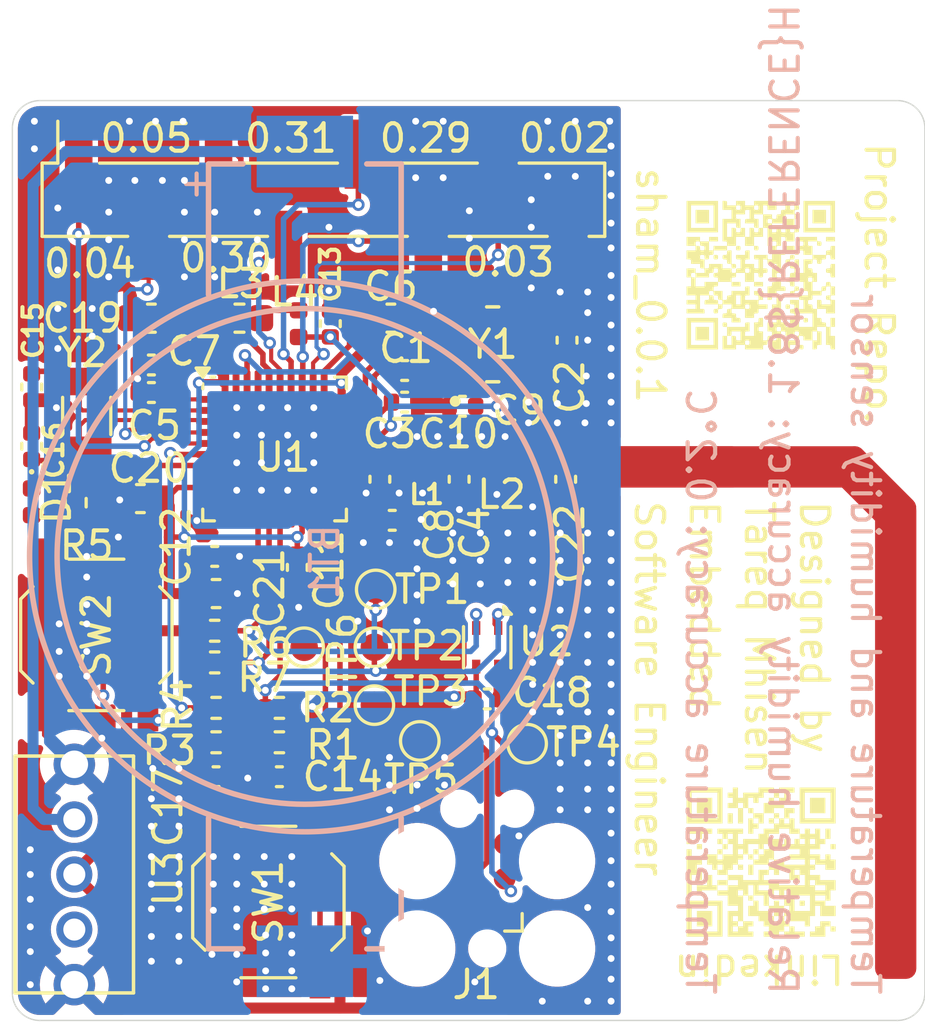
<source format=kicad_pcb>
(kicad_pcb (version 20240108) (generator "pcbnew") (generator_version "8.0")
  (layers (0 "F.Cu" signal) (31 "B.Cu" signal) (34 "B.Paste" user) (35 "F.Paste" user) (36 "B.SilkS" user "B.Silkscreen") (37 "F.SilkS" user "F.Silkscreen") (38 "B.Mask" user) (39 "F.Mask" user) (44 "Edge.Cuts" user))
  (net 0 "")
  (net 1 "Net-(U1-XC1)")
  (net 2 "GND")
  (net 3 "Net-(U1-XC2)")
  (net 4 "Net-(U1-ANT)")
  (net 5 "Net-(C4-Pad1)")
  (net 6 "Net-(U1-DEC1)")
  (net 7 "Net-(U1-DEC5)")
  (net 8 "Net-(U1-DEC4)")
  (net 9 "Net-(U1-DEC3)")
  (net 10 "Net-(U1-XL1{slash}P0.00)")
  (net 12 "P0.20")
  (net 13 "P0.05")
  (net 14 "P0.30")
  (net 15 "P0.02")
  (net 17 "VDD_nRF")
  (net 18 "P0.03")
  (net 19 "P0.28")
  (net 20 "~RESET")
  (net 21 "P0.15")
  (net 23 "SWDIO")
  (net 24 "P0.11")
  (net 25 "SWDCLK")
  (net 26 "P1.09")
  (net 27 "P0.31")
  (net 28 "P0.29")
  (net 29 "P0.17")
  (net 30 "P0.09")
  (net 31 "P0.10")
  (net 32 "P0.04")
  (net 33 "Net-(C14-Pad1)")
  (net 34 "Net-(C17-Pad1)")
  (net 35 "Net-(D1-A)")
  (net 37 "Net-(U1-DCC)")
  (net 38 "Net-(L3-Pad1)")
  (net 39 "Net-(BT1-+)")
  (net 41 "/Crystal, 32.768 kHz, Cl=9 pF, Total Tol: ±50 ppm")
  (net 42 "Net-(ANT_2.4GHz1-ANT)")
  (footprint "Capacitor_SMD:C_0402_1005Metric" (layer "F.Cu") (at 127.95 89.4 -90)
    (property "Reference" "C11")
    (property "Value" "100 nF")
  )
  (footprint "Connector:Tag-Connect_TC2030-IDC-FP_2x03_P1.27mm_Vertical" (layer "F.Cu") (at 134.85 100.7 90)
    (property "Reference" "J1")
    (property "Value" "Conn_ARM_SWD_TagConnect_TC2030" (hide yes))
  )
  (footprint "Capacitor_SMD:C_0402_1005Metric" (layer "F.Cu") (at 131.85 83.4)
    (property "Reference" "C10")
    (property "Value" "100 pF")
  )
  (footprint "Inductor_SMD:L_0402_1005Metric" (layer "F.Cu") (at 135.27 85.75 180)
    (property "Reference" "L2")
    (property "Value" "2.2 nH")
  )
  (footprint "Capacitor_SMD:C_0402_1005Metric" (layer "F.Cu") (at 134.85 94.175)
    (property "Reference" "C18")
    (property "Value" "100nF")
  )
  (footprint "Capacitor_SMD:C_0603_1608Metric" (layer "F.Cu") (at 122.25 86.9 180)
    (property "Reference" "C20")
    (property "Value" "47 uF")
  )
  (footprint "LED_SMD:LED_0402_1005Metric" (layer "F.Cu") (at 118.3 87.0175 -90)
    (property "Reference" "D1")
    (property "Value" "LED" (hide yes))
  )
  (footprint "Capacitor_SMD:C_0402_1005Metric" (layer "F.Cu") (at 125 97)
    (property "Reference" "C17")
    (property "Value" "100nF")
  )
  (footprint "TestPoint:TestPoint_Pad_D1.0mm" (layer "F.Cu") (at 128.2 92.3)
    (property "Reference" "TP6")
    (property "Value" "TestPoint_Small")
  )
  (footprint "Inductor_SMD:L_0402_1005Metric" (layer "F.Cu") (at 132.4 85.75 180)
    (property "Reference" "L1")
    (property "Value" "4.7 nH")
  )
  (footprint "TestPoint:TestPoint_Pad_D1.0mm" (layer "F.Cu") (at 130.75 92.3)
    (property "Reference" "TP2")
    (property "Value" "TestPoint_Small")
  )
  (footprint "Capacitor_SMD:C_0402_1005Metric" (layer "F.Cu") (at 118.3 85 90)
    (property "Reference" "C16")
    (property "Value" "12 pF, NPO, 2%")
  )
  (footprint "TestPoint:TestPoint_Pad_D1.0mm" (layer "F.Cu") (at 136.3 95.8)
    (property "Reference" "TP4")
    (property "Value" "TestPoint_Small" (hide yes))
  )
  (footprint "Inductor_SMD:L_0603_1608Metric" (layer "F.Cu") (at 125.85 80.35 180)
    (property "Reference" "L3")
    (property "Value" "10 uH")
  )
  (footprint "Capacitor_SMD:C_0402_1005Metric" (layer "F.Cu") (at 124.95 89)
    (property "Reference" "C12")
    (property "Value" "1.0 uF")
  )
  (footprint "Resistor_SMD:R_0402_1005Metric" (layer "F.Cu") (at 124.95 91.7)
    (property "Reference" "R6")
    (property "Value" "10k")
  )
  (footprint "Capacitor_SMD:C_0402_1005Metric" (layer "F.Cu") (at 130.95 86.2 -90)
    (property "Reference" "C3")
    (property "Value" "1.0 pF, NPO, 5%")
  )
  (footprint "Package_DFN_QFN:QFN-40-1EP_5x5mm_P0.4mm_EP3.6x3.6mm" (layer "F.Cu") (at 127.125 85.1)
    (property "Reference" "U1")
    (property "Value" "nRF52833_QDxx")
  )
  (footprint "kicad_libs:1825232-1" (layer "F.Cu") (at 119.85 100.55 90)
    (property "Reference" "U3")
    (property "Value" "1825232-1")
  )
  (footprint "Resistor_SMD:R_0402_1005Metric" (layer "F.Cu") (at 124.95 92.85)
    (property "Reference" "R7")
    (property "Value" "10k")
  )
  (footprint "Sensor_Humidity:Sensirion_DFN-4_1.5x1.5mm_P0.8mm_SHT4x_NoCentralPad" (layer "F.Cu") (at 134.85 92.3 -90)
    (property "Reference" "U2")
    (property "Value" "SHT4x")
  )
  (footprint "Resistor_SMD:R_0402_1005Metric" (layer "F.Cu") (at 127.3 94.5 180)
    (property "Reference" "R2")
    (property "Value" "1M")
  )
  (footprint "TestPoint:TestPoint_Pad_D1.0mm" (layer "F.Cu") (at 130.8 90.2)
    (property "Reference" "TP1")
    (property "Value" "TestPoint_Small")
  )
  (footprint "Button_Switch_SMD:SW_Push_1P1T_XKB_TS-1187A" (layer "F.Cu") (at 120.65 91.85 -90)
    (property "Reference" "SW2")
    (property "Value" "SW_Push" (hide yes))
  )
  (footprint "TestPoint:TestPoint_Pad_D1.0mm" (layer "F.Cu") (at 130.75 94.4)
    (property "Reference" "TP3")
    (property "Value" "TestPoint_Small")
  )
  (footprint "Button_Switch_SMD:SW_Push_1P1T_XKB_TS-1187A" (layer "F.Cu") (at 126.9 101.55 -90)
    (property "Reference" "SW1")
    (property "Value" "SW_Push")
  )
  (footprint "Capacitor_SMD:C_0402_1005Metric" (layer "F.Cu") (at 122.65 83.05 180)
    (property "Reference" "C5")
    (property "Value" "100 nF")
  )
  (footprint "Capacitor_SMD:C_0402_1005Metric" (layer "F.Cu") (at 133.95 83.55 180)
    (property "Reference" "C9")
    (property "Value" "47 nF")
  )
  (footprint "LOGO" (layer "F.Cu") (at 144.8 78.8)
    (property "Reference" "G***" (hide yes))
    (property "Value" "LOGO" (hide yes))
  )
  (footprint "Capacitor_SMD:C_0402_1005Metric" (layer "F.Cu") (at 137.7 86.2 -90)
    (property "Reference" "C22")
    (property "Value" "1.2 pF, NPO, 5%")
  )
  (footprint "Capacitor_SMD:C_0402_1005Metric" (layer "F.Cu") (at 127.3 97 180)
    (property "Reference" "C14")
    (property "Value" "100nF")
  )
  (footprint "antenna_2_4_GHz:antenna_2_4GHz" (layer "F.Cu") (at 138.57 85.74)
    (property "Reference" "ANT_2.4GHz1" (hide yes))
    (property "Value" "~")
  )
  (footprint "Resistor_SMD:R_0402_1005Metric" (layer "F.Cu") (at 127.3 95.75)
    (property "Reference" "R1")
    (property "Value" "1M")
  )
  (footprint "Capacitor_SMD:C_0402_1005Metric" (layer "F.Cu") (at 118.3 82.85 -90)
    (property "Reference" "C15")
    (property "Value" "12 pF, NPO, 2%" (hide yes))
  )
  (footprint "Connector_PinHeader_2.54mm:PinHeader_1x08_P2.54mm_Vertical_SMD_Pin1Right" (layer "F.Cu") (at 128.9 76.05 90)
    (property "Reference" "J2" (hide yes))
    (property "Value" "Conn_01x08_Pin")
  )
  (footprint "Capacitor_SMD:C_0402_1005Metric" (layer "F.Cu") (at 122.65 82.05 180)
    (property "Reference" "C7")
    (property "Value" "100 nF")
  )
  (footprint "Resistor_SMD:R_0402_1005Metric" (layer "F.Cu") (at 125 94.5 180)
    (property "Reference" "R4")
    (property "Value" "1M")
  )
  (footprint "Crystal:Crystal_SMD_3215-2Pin_3.2x1.5mm" (layer "F.Cu") (at 120.3 83.9 -90)
    (property "Reference" "Y2")
    (property "Value" "32.768 kHz")
  )
  (footprint "Capacitor_SMD:C_0603_1608Metric" (layer "F.Cu") (at 125 90.35)
    (property "Reference" "C21")
    (property "Value" "47 uF")
  )
  (footprint "Inductor_SMD:L_0402_1005Metric" (layer "F.Cu") (at 128 80.55 90)
    (property "Reference" "L4")
    (property "Value" "15 nH")
  )
  (footprint "Resistor_SMD:R_0402_1005Metric" (layer "F.Cu") (at 125 95.75 180)
    (property "Reference" "R3")
    (property "Value" "1M")
  )
  (footprint "Capacitor_SMD:C_0402_1005Metric" (layer "F.Cu") (at 137.75 81.15 -90)
    (property "Reference" "C2")
    (property "Value" "12 pF, NPO, 2%")
  )
  (footprint "Capacitor_SMD:C_0402_1005Metric" (layer "F.Cu") (at 131.85 82.25)
    (property "Reference" "C1")
    (property "Value" "12 pF, NPO, 2%")
  )
  (footprint "qrcode:linkedin" (layer "F.Cu") (at 144.8 100.1)
    (property "Reference" "G***" (hide yes))
    (property "Value" "LOGO" (hide yes))
  )
  (footprint "Capacitor_SMD:C_0402_1005Metric" (layer "F.Cu") (at 133.83 86.2 -90)
    (property "Reference" "C4")
    (property "Value" "1.2 pF, NPO, 5%")
  )
  (footprint "Capacitor_SMD:C_0402_1005Metric" (layer "F.Cu") (at 129.15 80.55 90)
    (property "Reference" "C13")
    (property "Value" "1.0 uF")
  )
  (footprint "Capacitor_SMD:C_0402_1005Metric" (layer "F.Cu") (at 131.4 87.69)
    (property "Reference" "C8")
    (property "Value" "820 pF")
  )
  (footprint "TestPoint:TestPoint_Pad_D1.0mm" (layer "F.Cu") (at 132.4 95.7)
    (property "Reference" "TP5")
    (property "Value" "TestPoint_Small")
  )
  (footprint "Capacitor_SMD:C_0603_1608Metric" (layer "F.Cu") (at 122.65 80.35 180)
    (property "Reference" "C19")
    (property "Value" "47 uF")
  )
  (footprint "Resistor_SMD:R_0402_1005Metric" (layer "F.Cu") (at 119.9 87.05 -90)
    (property "Reference" "R5")
    (property "Value" "1M")
  )
  (footprint "Capacitor_SMD:C_0603_1608Metric" (layer "F.Cu") (at 131.35 80.35)
    (property "Reference" "C6")
    (property "Value" "4.7 uF")
  )
  (footprint "kicad_libs:OSCCC320X250X60N" (layer "F.Cu") (at 135.05 81.3 90)
    (property "Reference" "Y1")
    (property "Value" "32 MHz")
  )
  (footprint "kicad_libs:RENATA_SMTU2032-1" (layer "B.Cu") (at 128.225 89 -90)
    (property "Reference" "BT1")
    (property "Value" "Battery_Cell")
  )
  (gr_line (start 150.75 73.45) (end 150.75 104.85) (stroke (width 0.05)) (layer "Edge.Cuts"))
  (gr_line (start 149.75 105.85) (end 118.6 105.85) (stroke (width 0.05)) (layer "Edge.Cuts"))
  (gr_arc (start 117.6 73.45) (mid 117.892893 72.742893) (end 118.6 72.45) (stroke (width 0.05)) (layer "Edge.Cuts"))
  (gr_arc (start 149.75 72.45) (mid 150.457107 72.742893) (end 150.75 73.45) (stroke (width 0.05)) (layer "Edge.Cuts"))
  (gr_line (start 117.6 104.85) (end 117.6 73.45) (stroke (width 0.05)) (layer "Edge.Cuts"))
  (gr_line (start 118.6 72.45) (end 149.75 72.45) (stroke (width 0.05)) (layer "Edge.Cuts"))
  (gr_arc (start 150.75 104.85) (mid 150.457107 105.557107) (end 149.75 105.85) (stroke (width 0.05)) (layer "Edge.Cuts"))
  (gr_arc (start 118.6 105.85) (mid 117.892893 105.557107) (end 117.6 104.85) (stroke (width 0.05)) (layer "Edge.Cuts"))
  (gr_text "Temperature accuracy: 0.2°C" (at 142 105 270) (layer "B.SilkS") (effects (font (size 1 1)) (justify left bottom mirror)))
  (gr_text "Temperature and humidity sensor" (at 148 105 270) (layer "B.SilkS") (effects (font (size 1 1)) (justify left bottom mirror)))
  (gr_text "Relative humidity accuracy: 1.8%RH\n" (at 145 105 270) (layer "B.SilkS") (effects (font (size 1 1)) (justify left bottom mirror)))
  (gr_text "Software Engineer" (at 140.15 86.9 270) (layer "F.SilkS") (effects (font (size 1 1)) (justify left bottom)))
  (gr_text "0.31\n" (at 125.95 74.4 0) (layer "F.SilkS") (effects (font (size 1 1)) (justify left bottom)))
  (gr_text "Embedded " (at 142.15 86.9 270) (layer "F.SilkS") (effects (font (size 1 1)) (justify left bottom)))
  (gr_text "0.02" (at 135.9 74.4 0) (layer "F.SilkS") (effects (font (size 1 1)) (justify left bottom)))
  (gr_text "Project Repo." (at 148.5 73.9 -90) (layer "F.SilkS") (effects (font (size 1 1)) (justify left bottom)))
  (gr_text "0.03\n" (at 133.85 78.9 0) (layer "F.SilkS") (effects (font (size 1 1)) (justify left bottom)))
  (gr_text "Tareq Mhisen" (at 144.15 86.9 270) (layer "F.SilkS") (effects (font (size 1 1)) (justify left bottom)))
  (gr_text "Linkedin" (at 147.9 103.4 180) (layer "F.SilkS") (effects (font (size 1 1)) (justify left bottom)))
  (gr_text "sham_0.0.1" (at 140.2 74.8 270) (layer "F.SilkS") (effects (font (size 1 1)) (justify left bottom)))
  (gr_text "0.30\n" (at 123.6 78.75 0) (layer "F.SilkS") (effects (font (size 1 1)) (justify left bottom)))
  (gr_text "Designed by" (at 146.15 86.9 270) (layer "F.SilkS") (effects (font (size 1 1)) (justify left bottom)))
  (gr_text "0.05\n" (at 120.7 74.4 0) (layer "F.SilkS") (effects (font (size 1 1)) (justify left bottom)))
  (gr_text "0.29\n" (at 130.85 74.4 0) (layer "F.SilkS") (effects (font (size 1 1)) (justify left bottom)))
  (gr_text "0.04\n" (at 118.65 78.95 0) (layer "F.SilkS") (effects (font (size 1 1)) (justify left bottom)))
  (segment (start 133.905 82.22) (end 133.4 81.715) (width 0.2) (layer "F.Cu") (net 1))
  (segment (start 130.75 83.45) (end 130.75 82.45) (width 0.2) (layer "F.Cu") (net 1))
  (segment (start 133.685 82.25) (end 133.755 82.18) (width 0.2) (layer "F.Cu") (net 1))
  (segment (start 130.75 82.45) (end 130.95 82.25) (width 0.2) (layer "F.Cu") (net 1))
  (segment (start 130.95 82.25) (end 131.37 82.25) (width 0.2) (layer "F.Cu") (net 1))
  (segment (start 131.905 81.715) (end 131.37 82.25) (width 0.2) (layer "F.Cu") (net 1))
  (segment (start 130.1 84.1) (end 130.75 83.45) (width 0.2) (layer "F.Cu") (net 1))
  (segment (start 133.4 81.715) (end 131.905 81.715) (width 0.2) (layer "F.Cu") (net 1))
  (segment (start 129.5625 84.1) (end 130.1 84.1) (width 0.2) (layer "F.Cu") (net 1))
  (segment (start 124.6875 86.9) (end 124.6875 87.3125) (width 0.125) (layer "F.Cu") (net 2))
  (segment (start 126.65 98.55) (end 126.85 98.35) (width 0.2) (layer "F.Cu") (net 2))
  (segment (start 128.85 85.3) (end 128.55 85.6) (width 0.125) (layer "F.Cu") (net 2))
  (segment (start 133.47 84.23) (end 133.05 84.65) (width 0.2) (layer "F.Cu") (net 2))
  (segment (start 122.17 83.05) (end 122.17 82.57) (width 0.2) (layer "F.Cu") (net 2))
  (segment (start 126.65 84.6) (end 125.75 84.6) (width 0.125) (layer "F.Cu") (net 2))
  (segment (start 128.55 83.6) (end 128.55 84.6) (width 0.125) (layer "F.Cu") (net 2))
  (segment (start 130.95 86.68) (end 131.63 86.68) (width 0.2) (layer "F.Cu") (net 2))
  (segment (start 133.47 83.55) (end 133.47 84.23) (width 0.2) (layer "F.Cu") (net 2))
  (segment (start 121.875 80.35) (end 120.85 80.35) (width 0.2) (layer "F.Cu") (net 2))
  (segment (start 132.33 84.62) (end 132.3 84.65) (width 0.2) (layer "F.Cu") (net 2))
  (segment (start 127.65 85.6) (end 126.65 84.6) (width 0.125) (layer "F.Cu") (net 2))
  (segment (start 124.6875 86.9) (end 125.45 86.9) (width 0.125) (layer "F.Cu") (net 2))
  (segment (start 118.775 95.475) (end 118.775 94.95) (width 0.2) (layer "F.Cu") (net 2))
  (segment (start 119.85 96.55) (end 118.775 95.475) (width 0.2) (layer "F.Cu") (net 2))
  (segment (start 122.17 82.57) (end 122.15 82.55) (width 0.2) (layer "F.Cu") (net 2))
  (segment (start 118.775 94.95) (end 118.775 92.975) (width 0.2) (layer "F.Cu") (net 2))
  (segment (start 135.485 99.43) (end 135.72 99.43) (width 0.125) (layer "F.Cu") (net 2))
  (segment (start 132.9 80.1) (end 132.375 80.1) (width 0.2) (layer "F.Cu") (net 2))
  (segment (start 136.95 98.2) (end 137.5 98.2) (width 0.125) (layer "F.Cu") (net 2))
  (segment (start 125.48 97) (end 126.82 97) (width 0.2) (layer "F.Cu") (net 2))
  (segment (start 128.55 85.6) (end 127.65 85.6) (width 0.125) (layer "F.Cu") (net 2))
  (segment (start 126.65 85.55) (end 127.6 84.6) (width 0.125) (layer "F.Cu") (net 2))
  (segment (start 127.325 85.3) (end 129.5625 85.3) (width 0.125) (layer "F.Cu") (net 2))
  (segment (start 133.905 80.38) (end 133.18 80.38) (width 0.2) (layer "F.Cu") (net 2))
  (segment (start 128.55 85.6) (end 128.55 86.6) (width 0.125) (layer "F.Cu") (net 2))
  (segment (start 118.775 94.85) (end 118.775 92.975) (width 0.2) (layer "F.Cu") (net 2))
  (segment (start 131.63 86.68) (end 131.65 86.7) (width 0.2) (layer "F.Cu") (net 2))
  (segment (start 121.475 86.925) (end 121.5 86.95) (width 0.2) (layer "F.Cu") (net 2))
  (segment (start 132.375 80.1) (end 132.075 80.4) (width 0.2) (layer "F.Cu") (net 2))
  (segment (start 132.075 80.4) (end 132.075 80.7) (width 0.2) (layer "F.Cu") (net 2))
  (segment (start 125.45 86.9) (end 125.75 86.6) (width 0.125) (layer "F.Cu") (net 2))
  (segment (start 118.3 84.52) (end 118.3 83.33) (width 0.2) (layer "F.Cu") (net 2))
  (segment (start 119.2 83.6) (end 118.93 83.33) (width 0.125) (layer "F.Cu") (net 2))
  (segment (start 118.775 92.975) (end 119.3 92.45) (width 0.2) (layer "F.Cu") (net 2))
  (segment (start 126.525 84.5) (end 126.525 82.6625) (width 0.125) (layer "F.Cu") (net 2))
  (segment (start 127.6 86.6) (end 126.65 86.6) (width 0.125) (layer "F.Cu") (net 2))
  (segment (start 129.15 80.07) (end 129.15 79.4) (width 0.2) (layer "F.Cu") (net 2))
  (segment (start 126.65 85.6) (end 126.65 84.6) (width 0.125) (layer "F.Cu") (net 2))
  (segment (start 120.85 80.35) (end 120.5 80) (width 0.2) (layer "F.Cu") (net 2))
  (segment (start 122.17 80.645) (end 121.875 80.35) (width 0.2) (layer "F.Cu") (net 2))
  (segment (start 118.775 95.475) (end 118.775 94.85) (width 0.2) (layer "F.Cu") (net 2))
  (segment (start 136.405 82.22) (end 136.095 82.53) (width 0.2) (layer "F.Cu") (net 2))
  (segment (start 118.775 88.85) (end 118.775 90.925) (width 0.2) (layer "F.Cu") (net 2))
  (segment (start 118.93 83.33) (end 118.3 83.33) (width 0.125) (layer "F.Cu") (net 2))
  (segment (start 122.17 82.53) (end 122.15 82.55) (width 0.2) (layer "F.Cu") (net 2))
  (segment (start 135.02 80.38) (end 133.905 80.38) (width 0.2) (layer "F.Cu") (net 2))
  (segment (start 133.83 87.29) (end 133.84 87.3) (width 0.2) (layer "F.Cu") (net 2))
  (segment (start 126.65 86.6) (end 126.65 85.6) (width 0.125) (layer "F.Cu") (net 2))
  (segment (start 120.3 89) (end 121 88.3) (width 0.2) (layer "F.Cu") (net 2))
  (segment (start 126.85 98.35) (end 126.82 98.32) (width 0.2) (layer "F.Cu") (net 2))
  (segment (start 125.75 86.6) (end 125.75 83.6) (width 0.125) (layer "F.Cu") (net 2))
  (segment (start 128.55 86.6) (end 127.6 86.6) (width 0.125) (layer "F.Cu") (net 2))
  (segment (start 124.6875 87.3125) (end 124.3 87.7) (width 0.125) (layer "F.Cu") (net 2))
  (segment (start 133.83 86.68) (end 133.83 87.29) (width 0.2) (layer "F.Cu") (net 2))
  (segment (start 136 99.15) (end 136.95 98.2) (width 0.125) (layer "F.Cu") (net 2))
  (segment (start 132.38 83.45) (end 132.33 83.4) (width 0.2) (layer "F.Cu") (net 2))
  (segment (start 136.085 82.22) (end 136.045 82.18) (width 0.2) (layer "F.Cu") (net 2))
  (segment (start 136.45 79.25) (end 135.5 79.25) (width 0.2) (layer "F.Cu") (net 2))
  (segment (start 126.65 85.6) (end 126.65 85.55) (width 0.125) (layer "F.Cu") (net 2))
  (segment (start 130.95 86.68) (end 130.47 86.68) (width 0.2) (layer "F.Cu") (net 2))
  (segment (start 125.75 83.6) (end 128.55 83.6) (width 0.125) (layer "F.Cu") (net 2))
  (segment (start 135.1 80.3) (end 135.02 80.38) (width 0.2) (layer "F.Cu") (net 2))
  (segment (start 132.33 82.25) (end 132.33 83.4) (width 0.55) (layer "F.Cu") (net 2))
  (segment (start 121 88.3) (end 121.45 88.3) (width 0.2) (layer "F.Cu") (net 2))
  (segment (start 118.775 90.925) (end 119.3 91.45) (width 0.2) (layer "F.Cu") (net 2))
  (segment (start 127.95 90.8) (end 128 90.85) (width 0.2) (layer "F.Cu") (net 2))
  (segment (start 125.75 86.5) (end 126.65 85.6) (width 0.125) (layer "F.Cu") (net 2))
  (segment (start 129.5625 85.3) (end 128.85 85.3) (width 0.125) (layer "F.Cu") (net 2))
  (segment (start 125.775 89.345) (end 125.43 89) (width 0.2) (layer "F.Cu") (net 2))
  (segment (start 126.525 83.475) (end 126.65 83.6) (width 0.125) (layer "F.Cu") (net 2))
  (segment (start 130.47 86.68) (end 130.45 86.7) (width 0.2) (layer "F.Cu") (net 2))
  (segment (start 127.95 89.88) (end 127.95 90.8) (width 0.2) (layer "F.Cu") (net 2))
  (segment (start 137.5 98.2) (end 138.5 98.2) (width 0.125) (layer "F.Cu") (net 2))
  (segment (start 125.75 86.6) (end 125.75 86.5) (width 0.125) (layer "F.Cu") (net 2))
  (segment (start 132.33 83.4) (end 133.32 83.4) (width 0.2) (layer "F.Cu") (net 2))
  (segment (start 125.43 89) (end 125.85 89) (width 0.2) (layer "F.Cu") (net 2))
  (segment (start 126.525 82.6625) (end 126.525 83.475) (width 0.125) (layer "F.Cu") (net 2))
  (segment (start 132.33 83.4) (end 132.33 84.62) (width 0.2) (layer "F.Cu") (net 2))
  (segment (start 129.15 79.4) (end 129.1 79.35) (width 0.2) (layer "F.Cu") (net 2))
  (segment (start 122.17 82.05) (end 122.17 80.645) (width 0.2) (layer "F.Cu") (net 2))
  (segment (start 122.17 82.05) (end 122.17 82.53) (width 0.2) (layer "F.Cu") (net 2))
  (segment (start 125.025 98.55) (end 126.65 98.55) (width 0.2) (layer "F.Cu") (net 2))
  (segment (start 133.18 80.38) (end 132.9 80.1) (width 0.2) (layer "F.Cu") (net 2))
  (segment (start 126.82 98.32) (end 126.82 97) (width 0.2) (layer "F.Cu") (net 2))
  (segment (start 125.775 90.35) (end 125.775 89.345) (width 0.2) (layer "F.Cu") (net 2))
  (segment (start 135.5 79.25) (end 135.1 79.65) (width 0.2) (layer "F.Cu") (net 2))
  (segment (start 135.1 79.65) (end 135.1 80.3) (width 0.2) (layer "F.Cu") (net 2))
  (segment (start 121.475 86.9) (end 121.475 86.925) (width 0.2) (layer "F.Cu") (net 2))
  (segment (start 133.32 83.4) (end 133.47 83.55) (width 0.2) (layer "F.Cu") (net 2))
  (segment (start 135.72 99.43) (end 136 99.15) (width 0.125) (layer "F.Cu") (net 2))
  (via (at 128.55 83.6) (size 0.45) (drill 0.25) (layers "F.Cu" "B.Cu") (net 2))
  (via (at 138.05 75.2) (size 0.45) (drill 0.25) (layers "F.Cu" "B.Cu") (net 2))
  (via (at 139.35 89.15) (size 0.45) (drill 0.25) (layers "F.Cu" "B.Cu") (net 2))
  (via (at 133.85 84.65) (size 0.45) (drill 0.25) (layers "F.Cu" "B.Cu") (net 2))
  (via (at 128.55 85.6) (size 0.45) (drill 0.25) (layers "F.Cu" "B.Cu") (net 2))
  (via (at 136.5 91.85) (size 0.45) (drill 0.25) (layers "F.Cu" "B.Cu") (net 2))
  (via (at 136.5 87.2) (size 0.45) (drill 0.25) (layers "F.Cu" "B.Cu") (net 2))
  (via (at 139.35 75.9) (size 0.45) (drill 0.25) (layers "F.Cu" "B.Cu") (net 2))
  (via (at 138.5 105.15) (size 0.45) (drill 0.25) (layers "F.Cu" "B.Cu") (net 2))
  (via (at 132.5 86.7) (size 0.45) (drill 0.25) (layers "F.Cu" "B.Cu") (net 2))
  (via (at 123.85 76.5) (size 0.45) (drill 0.25) (layers "F.Cu" "B.Cu") (net 2))
  (via (at 132.45 87.66) (size 0.45) (drill 0.25) (layers "F.Cu" "B.Cu") (net 2))
  (via (at 125.775 90.35) (size 0.45) (drill 0.25) (layers "F.Cu" "B.Cu") (net 2))
  (via (at 136.5 90.95) (size 0.45) (drill 0.25) (layers "F.Cu" "B.Cu") (net 2))
  (via (at 119.25 78.6) (size 0.45) (drill 0.25) (layers "F.Cu" "B.Cu") (net 2))
  (via (at 137.4 83.45) (size 0.45) (drill 0.25) (layers "F.Cu" "B.Cu") (net 2))
  (via (at 122.65 99.9) (size 0.45) (drill 0.25) (layers "F.Cu" "B.Cu") (net 2))
  (via (at 133.3 97.3) (size 0.45) (drill 0.25) (layers "F.Cu" "B.Cu") (net 2))
  (via (at 138.5 96.5) (size 0.45) (drill 0.25) (layers "F.Cu" "B.Cu") (net 2))
  (via (at 133.25 75.25) (size 0.45) (drill 0.25) (layers "F.Cu" "B.Cu") (net 2))
  (via (at 139.35 93.65) (size 0.45) (drill 0.25) (layers "F.Cu" "B.Cu") (net 2))
  (via (at 138.5 79.4) (size 0.45) (drill 0.25) (layers "F.Cu" "B.Cu") (net 2))
  (via (at 120.3 91.45) (size 0.45) (drill 0.25) (layers "F.Cu" "B.Cu") (net 2))
  (via (at 126.65 85.6) (size 0.45) (drill 0.25) (layers "F.Cu" "B.Cu") (net 2))
  (via (at 125.75 101.8) (size 0.45) (drill 0.25) (layers "F.Cu" "B.Cu") (net 2))
  (via (at 119.25 76.35) (size 0.45) (drill 0.25) (layers "F.Cu" "B.Cu") (net 2))
  (via (at 128 90.85) (size 0.45) (drill 0.25) (layers "F.Cu" "B.Cu") (net 2))
  (via (at 139.35 92.85) (size 0.45) (drill 0.25) (layers "F.Cu" "B.Cu") (net 2))
  (via (at 139.35 78.8) (size 0.45) (drill 0.25) (layers "F.Cu" "B.Cu") (net 2))
  (via (at 120.3 89.75) (size 0.45) (drill 0.25) (layers "F.Cu" "B.Cu") (net 2))
  (via (at 137.5 92.85) (size 0.45) (drill 0.25) (layers "F.Cu" "B.Cu") (net 2))
  (via (at 132.9 80.1) (size 0.45) (drill 0.25) (layers "F.Cu" "B.Cu") (net 2))
  (via (at 130.35 88.5) (size 0.45) (drill 0.25) (layers "F.Cu" "B.Cu") (net 2))
  (via (at 139.3 73.2) (size 0.45) (drill 0.25) (layers "F.Cu" "B.Cu") (net 2))
  (via (at 127.75 101.8) (size 0.45) (drill 0.25) (layers "F.Cu" "B.Cu") (net 2))
  (via (at 132.25 75.25) (size 0.45) (drill 0.25) (layers "F.Cu" "B.Cu") (net 2))
  (via (at 124.3 87.7) (size 0.45) (drill 0.25) (layers "F.Cu" "B.Cu") (net 2))
  (via (at 121.1 77.5) (size 0.45) (drill 0.25) (layers "F.Cu" "B.Cu") (net 2))
  (via (at 120.3 89) (size 0.45) (drill 0.25) (layers "F.Cu" "B.Cu") (net 2))
  (via (at 124.95 78.85) (size 0.45) (drill 0.25) (layers "F.Cu" "B.Cu") (net 2))
  (via (at 135.2 86.75) (size 0.45) (drill 0.25) (layers "F.Cu" "B.Cu") (net 2))
  (via (at 126.8 104.7) (size 0.45) (drill 0.25) (layers "F.Cu" "B.Cu") (net 2))
  (via (at 126.75 100.9) (size 0.45) (drill 0.25) (layers "F.Cu" "B.Cu") (net 2))
  (via (at 127.6 85.6) (size 0.45) (drill 0.25) (layers "F.Cu" "B.Cu") (net 2))
  (via (at 123.65 102.8) (size 0.45) (drill 0.25) (layers "F.Cu" "B.Cu") (net 2))
  (via (at 137.05 73.2) (size 0.45) (drill 0.25) (layers "F.Cu" "B.Cu") (net 2))
  (via (at 137.5 89.95) (size 0.45) (drill 0.25) (layers "F.Cu" "B.Cu") (net 2))
  (via (at 120.5 81) (size 0.45) (drill 0.25) (layers "F.Cu" "B.Cu") (net 2))
  (via (at 118.25 102.45) (size 0.45) (drill 0.25) (layers "F.Cu" "B.Cu") (net 2))
  (via (at 124.95 77.5) (size 0.45) (drill 0.25) (layers "F.Cu" "B.Cu") (net 2))
  (via (at 127.75 104.7) (size 0.45) (drill 0.25) (layers "F.Cu" "B.Cu") (net 2))
  (via (at 122.7 96.7) (size 0.45) (drill 0.25) (layers "F.Cu" "B.Cu") (net 2))
  (via (at 137.5 94.65) (size 0.45) (drill 0.25) (layers "F.Cu" "B.Cu") (net 2))
  (via (at 130.45 86.7) (size 0.45) (drill 0.25) (layers "F.Cu" "B.Cu") (net 2))
  (via (at 133.6 90) (size 0.45) (drill 0.25) (layers "F.Cu" "B.Cu") (net 2))
  (via (at 118.4 73.2) (size 0.45) (drill 0.25) (layers "F.Cu" "B.Cu") (net 2))
  (via (at 139.35 97.45) (size 0.45) (drill 0.25) (layers "F.Cu" "B.Cu") (net 2))
  (via (at 133.84 87.3) (size 0.45) (drill 0.25) (layers "F.Cu" "B.Cu") (net 2))
  (via (at 139.35 94.65) (size 0.45) (drill 0.25) (layers "F.Cu" "B.Cu") (net 2))
  (via (at 125.75 85.6) (size 0.45) (drill 0.25) (layers "F.Cu" "B.Cu") (net 2))
  (via (at 132.3 98.15) (size 0.45) (drill 0.25) (layers "F.Cu" "B.Cu") (net 2))
  (via (at 139.35 99.05) (size 0.45) (drill 0.25) (layers "F.Cu" "B.Cu") (net 2))
  (via (at 135.6 89.95) (size 0.45) (drill 0.25) (layers "F.Cu" "B.Cu") (net 2))
  (via (at 138.45 82.45) (size 0.45) (drill 0.25) (layers "F.Cu" "B.Cu") (net 2))
  (via (at 136.85 105.15) (size 0.45) (drill 0.25) (layers "F.Cu" "B.Cu") (net 2))
  (via (at 136.35 84.15) (size 0.45) (drill 0.25) (layers "F.Cu" "B.Cu") (net 2))
  (via (at 128.55 86.6) (size 0.45) (drill 0.25) (layers "F.Cu" "B.Cu") (net 2))
  (via (at 139.35 82.45) (size 0.45) (drill 0.25) (layers "F.Cu" "B.Cu") (net 2))
  (via (at 134.4 104.45) (size 0.45) (drill 0.25) (layers "F.Cu" "B.Cu") (net 2))
  (via (at 127.75 99.9) (size 0.45) (drill 0.25) (layers "F.Cu" "B.Cu") (net 2))
  (via (at 125.75 100.9) (size 0.45) (drill 0.25) (layers "F.Cu" "B.Cu") (net 2))
  (via (at 122.65 102.8) (size 0.45) (drill 0.25) (layers "F.Cu" "B.Cu") (net 2))
  (via (at 131.3 98.2) (size 0.45) (drill 0.25) (layers "F.Cu" "B.Cu") (net 2))
  (via (at 126.5 77.5) (size 0.45) (drill 0.25) (layers "F.Cu" "B.Cu") (net 2))
  (via (at 125.75 99.9) (size 0.45) (drill 0.25) (layers "F.Cu" "B.Cu") (net 2))
  (via (at 139.35 105.15) (size 0.45) (drill 0.25) (layers "F.Cu" "B.Cu") (net 2))
  (via (at 120.5 80) (size 0.45) (drill 0.25) (layers "F.Cu" "B.Cu") (net 2))
  (via (at 138.5 80.15) (size 0.45) (drill 0.25) (layers "F.Cu" "B.Cu") (net 2))
  (via (at 136.5 93.65) (size 0.45) (drill 0.25) (layers "F.Cu" "B.Cu") (net 2))
  (via (at 120.3 93.35) (size 0.45) (drill 0.25) (layers "F.Cu" "B.Cu") (net 2))
  (via (at 130.95 104.4) (size 0.45) (drill 0.25) (layers "F.Cu" "B.Cu") (net 2))
  (via (at 126.15 97.05) (size 0.45) (drill 0.25) (layers "F.Cu" "B.Cu") (net 2))
  (via (at 120.85 95.6) (size 0.45) (drill 0.25) (layers "F.Cu" "B.Cu") (net 2))
  (via (at 138.5 89.95) (size 0.45) (drill 0.25) (layers "F.Cu" "B.Cu") (net 2))
  (via (at 137.5 79.4) (size 0.45) (drill 0.25) (layers "F.Cu" "B.Cu") (net 2))
  (via (at 139.35 101.9) (size 0.45) (drill 0.25) (layers "F.Cu" "B.Cu") (net 2))
  (via (at 139.35 75.1) (size 0.45) (drill 0.25) (layers "F.Cu" "B.Cu") (net 2))
  (via (at 139.35 90.95) (size 0.45) (drill 0.25) (layers "F.Cu" "B.Cu") (net 2))
  (via (at 119.3 93.35) (size 0.45) (drill 0.25) (layers "F.Cu" "B.Cu") (net 2))
  (via (at 138.05 73.2) (size 0.45) (drill 0.25) (layers "F.Cu" "B.Cu") (net 2))
  (via (at 139.35 81.45) (size 0.45) (drill 0.25) (layers "F.Cu" "B.Cu") (net 2))
  (via (at 139.35 83.4) (size 0.45) (drill 0.25) (layers "F.Cu" "B.Cu") (net 2))
  (via (at 139.35 84.15) (size 0.45) (drill 0.25) (layers "F.Cu" "B.Cu") (net 2))
  (via (at 136.5 89.15) (size 0.45) (drill 0.25) (layers "F.Cu" "B.Cu") (net 2))
  (via (at 139.35 79.6) (size 0.45) (drill 0.25) (layers "F.Cu" "B.Cu") (net 2))
  (via (at 123.65 96.7) (size 0.45) (drill 0.25) (layers "F.Cu" "B.Cu") (net 2))
  (via (at 139.35 95.5) (size 0.45) (drill 0.25) (layers "F.Cu" "B.Cu") (net 2))
  (via (at 121.45 88.3) (size 0.45) (drill 0.25) (layers "F.Cu" "B.Cu") (net 2))
  (via (at 120.3 90.75) (size 0.45) (drill 0.25) (layers "F.Cu" "B.Cu") (net 2))
  (via (at 126.5 76.5) (size 0.45) (drill 0.25) (layers "F.Cu" "B.Cu") (net 2))
  (via (at 126.75 99.9) (size 0.45) (drill 0.25) (layers "F.Cu" "B.Cu") (net 2))
  (via (at 133.6 88.15) (size 0.45) (drill 0.25) (layers "F.Cu" "B.Cu") (net 2))
  (via (at 132.3 90.4) (size 0.45) (drill 0.25) (layers "F.Cu" "B.Cu") (net 2))
  (via (at 137.5 95.5) (size 0.45) (drill 0.25) (layers "F.Cu" "B.Cu") (net 2))
  (via (at 137.5 96.5) (size 0.45) (drill 0.25) (layers "F.Cu" "B.Cu") (net 2))
  (via (at 120.3 92.45) (size 0.45) (drill 0.25) (layers "F.Cu" "B.Cu") (net 2))
  (via (at 130.15 91.35) (size 0.45) (drill 0.25) (layers "F.Cu" "B.Cu") (net 2))
  (via (at 139.35 104.35) (size 0.45) (drill 0.25) (layers "F.Cu" "B.Cu") (net 2))
  (via (at 131.3 96.3) (size 0.45) (drill 0.25) (layers "F.Cu" "B.Cu") (net 2))
  (via (at 126.8 104.05) (size 0.45) (drill 0.25) (layers "F.Cu" "B.Cu") (net 2))
  (via (at 121.85 73.2) (size 0.45) (drill 0.25) (layers "F.Cu" "B.Cu") (net 2))
  (via (at 122.65 100.9) (size 0.45) (drill 0.25) (layers "F.Cu" "B.Cu") (net 2))
  (via (at 134.6 89.15) (size 0.45) (drill 0.25) (layers "F.Cu" "B.Cu") (net 2))
  (via (at 126.8 102.75) (size 0.45) (drill 0.25) (layers "F.Cu" "B.Cu") (net 2))
  (via (at 119.2 83.6) (size 0.45) (drill 0.25) (layers "F.Cu" "B.Cu") (net 2))
  (via (at 137.5 88.15) (size 0.45) (drill 0.25) (layers "F.Cu" "B.Cu") (net 2))
  (via (at 126.65 86.6) (size 0.45) (drill 0.25) (layers "F.Cu" "B.Cu") (net 2))
  (via (at 127.75 100.9) (size 0.45) (drill 0.25) (layers "F.Cu" "B.Cu") (net 2))
  (via (at 119.25 80) (size 0.45) (drill 0.25) (layers "F.Cu" "B.Cu") (net 2))
  (via (at 121.5 86.95) (size 0.45) (drill 0.25) (layers "F.Cu" "B.Cu") (net 2))
  (via (at 126.75 101.8) (size 0.45) (drill 0.25) (layers "F.Cu" "B.Cu") (net 2))
  (via (at 137.5 98.2) (size 0.45) (drill 0.25) (layers "F.Cu" "B.Cu") (net 2))
  (via (at 125.75 84.6) (size 0.45) (drill 0.25) (layers "F.Cu" "B.Cu") (net 2))
  (via (at 119.3 92.45) (size 0.45) (drill 0.25) (layers "F.Cu" "B.Cu") (net 2))
  (via (at 136.45 79.25) (size 0.45) (drill 0.25) (layers "F.Cu" "B.Cu") (net 2))
  (via (at 124.9 101.85) (size 0.45) (drill 0.25) (layers "F.Cu" "B.Cu") (net 2))
  (via (at 127.6 83.6) (size 0.45) (drill 0.25) (layers "F.Cu" "B.Cu") (net 2))
  (via (at 122.65 97.8) (size 0.45) (drill 0.25) (layers "F.Cu" "B.Cu") (net 2))
  (via (at 123.65 97.8) (size 0.45) (drill 0.25) (layers "F.Cu" "B.Cu") (net 2))
  (via (at 139.35 91.85) (size 0.45) (drill 0.25) (layers "F.Cu" "B.Cu") (net 2))
  (via (at 135.6 88.15) (size 0.45) (drill 0.25) (layers "F.Cu" "B.Cu") (net 2))
  (via (at 119.25 81.45) (size 0.45) (drill 0.25) (layers "F.Cu" "B.Cu") (net 2))
  (via (at 138.5 88.15) (size 0.45) (drill 0.25) (layers "F.Cu" "B.Cu") (net 2))
  (via (at 123.8 73.2) (size 0.45) (drill 0.25) (layers "F.Cu" "B.Cu") (net 2))
  (via (at 118.25 101.45) (size 0.45) (drill 0.25) (layers "F.Cu" "B.Cu") (net 2))
  (via (at 134.2 77.45) (size 0.45) (drill 0.25) (layers "F.Cu" "B.Cu") (net 2))
  (via (at 127.75 104.05) (size 0.45) (drill 0.25) (layers "F.Cu" "B.Cu") (net 2))
  (via (at 121.1 78.85) (size 0.45) (drill 0.25) (layers "F.Cu" "B.Cu") (net 2))
  (via (at 121.1 76.5) (size 0.45) (drill 0.25) (layers "F.Cu" "B.Cu") (net 2))
  (via (at 133.05 84.65) (size 0.45) (drill 0.25) (layers "F.Cu" "B.Cu") (net 2))
  (via (at 118.4 74.2) (size 0.45) (drill 0.25) (layers "F.Cu" "B.Cu") (net 2))
  (via (at 134.6 90) (size 0.45) (drill 0.25) (layers "F.Cu" "B.Cu") (net 2))
  (via (at 135.6 89.15) (size 0.45) (drill 0.25) (layers "F.Cu" "B.Cu") (net 2))
  (via (at 132.3 84.65) (size 0.45) (drill 0.25) (layers "F.Cu" "B.Cu") (net 2))
  (via (at 139.35 89.95) (size 0.45) (drill 0.25) (layers "F.Cu" "B.Cu") (net 2))
  (via (at 125.85 89) (size 0.45) (drill 0.25) (layers "F.Cu" "B.Cu") (net 2))
  (via (at 122.65 101.8) (size 0.45) (drill 0.25) (layers "F.Cu" "B.Cu") (net 2))
  (via (at 138.5 81.15) (size 0.45) (drill 0.25) (layers "F.Cu" "B.Cu") (net 2))
  (via (at 136.45 76.05) (size 0.45) (drill 0.25) (layers "F.Cu" "B.Cu") (net 2))
  (via (at 133.25 73.2) (size 0.45) (drill 0.25) (layers "F.Cu" "B.Cu") (net 2))
  (via (at 137.5 90.95) (size 0.45) (drill 0.25) (layers "F.Cu" "B.Cu") (net 2))
  (via (at 138.5 97.45) (size 0.45) (drill 0.25) (layers "F.Cu" "B.Cu") (net 2))
  (via (at 122.65 103.7) (size 0.45) (drill 0.25) (layers "F.Cu" "B.Cu") (net 2))
  (via (at 123.05 75.35) (size 0.45) (drill 0.25) (layers "F.Cu" "B.Cu") (net 2))
  (via (at 124.9 99.9) (size 0.45) (drill 0.25) (layers "F.Cu" "B.Cu") (net 2))
  (via (at 139.35 100.9) (size 0.45) (drill 0.25) (layers "F.Cu" "B.Cu") (net 2))
  (via (at 118.25 99.65) (size 0.45) (drill 0.25) (layers "F.Cu" "B.Cu") (net 2))
  (via (at 132.25 73.2) (size 0.45) (drill 0.25) (layers "F.Cu" "B.Cu") (net 2))
  (via (at 136.5 88.15) (size 0.45) (drill 0.25) (layers "F.Cu" "B.Cu") (net 2))
  (via (at 121.1 75.35) (size 0.45) (drill 0.25) (layers "F.Cu" "B.Cu") (net 2))
  (via (at 138.45 83.45) (size 0.45) (drill 0.25) (layers "F.Cu" "B.Cu") (net 2))
  (via (at 138.4 84.15) (size 0.45) (drill 0.25) (layers "F.Cu" "B.Cu") (net 2))
  (via (at 124.9 100.9) (size 0.45) (drill 0.25) (layers "F.Cu" "B.Cu") (net 2))
  (via (at 138.5 95.5) (size 0.45) (drill 0.25) (layers "F.Cu" "B.Cu") (net 2))
  (via (at 126.8 103.4) (size 0.45) (drill 0.25) (layers "F.Cu" "B.Cu") (net 2))
  (via (at 123.65 103.7) (size 0.45) (drill 0.25) (layers "F.Cu" "B.Cu") (net 2))
  (via (at 129.1 77.05) (size 0.45) (drill 0.25) (layers "F.Cu" "B.Cu") (net 2))
  (via (at 125.75 103.45) (size 0.45) (drill 0.25) (layers "F.Cu" "B.Cu") (net 2))
  (via (at 139.35 98.2) (size 0.45) (drill 0.25) (layers "F.Cu" "B.Cu") (net 2))
  (via (at 119.3 91.45) (size 0.45) (drill 0.25) (layers "F.Cu" "B.Cu") (net 2))
  (via (at 136.5 94.65) (size 0.45) (drill 0.25) (layers "F.Cu" "B.Cu") (net 2))
  (via (at 123.85 75.35) (size 0.45) (drill 0.25) (layers "F.Cu" "B.Cu") (net 2))
  (via (at 131.3 97.3) (size 0.45) (drill 0.25) (layers "F.Cu" "B.Cu") (net 2))
  (via (at 139.35 102.85) (size 0.45) (drill 0.25) (layers "F.Cu" "B.Cu") (net 2))
  (via (at 118.25 100.55) (size 0.45) (drill 0.25) (layers "F.Cu" "B.Cu") (net 2))
  (via (at 123.65 98.8) (size 0.45) (drill 0.25) (layers "F.Cu" "B.Cu") (net 2))
  (via (at 123.65 100.9) (size 0.45) (drill 0.25) (layers "F.Cu" "B.Cu") (net 2))
  (via (at 134.6 88.15) (size 0.45) (drill 0.25) (layers "F.Cu" "B.Cu") (net 2))
  (via (at 138.5 98.2) (size 0.45) (drill 0.25) (layers "F.Cu" "B.Cu") (net 2))
  (via (at 137.5 91.85) (size 0.45) (drill 0.25) (layers "F.Cu" "B.Cu") (net 2))
  (via (at 131.65 86.7) (size 0.45) (drill 0.25) (layers "F.Cu" "B.Cu") (net 2))
  (via (at 122.65 98.8) (size 0.45) (drill 0.25) (layers "F.Cu" "B.Cu") (net 2))
  (via (at 138.5 92.85) (size 0.45) (drill 0.25) (layers "F.Cu" "B.Cu") (net 2))
  (via (at 137.5 89.15) (size 0.45) (drill 0.25) (layers "F.Cu" "B.Cu") (net 2))
  (via (at 137.05 75.2) (size 0.45) (drill 0.25) (layers "F.Cu" "B.Cu") (net 2))
  (via (at 137.5 97.45) (size 0.45) (drill 0.25) (layers "F.Cu" "B.Cu") (net 2))
  (via (at 118.25 103.35) (size 0.45) (drill 0.25) (layers "F.Cu" "B.Cu") (net 2))
  (via (at 137.5 93.65) (size 0.45) (drill 0.25) (layers "F.Cu" "B.Cu") (net 2))
  (via (at 125.75 102.45) (size 0.45) (drill 0.25) (layers "F.Cu" "B.Cu") (net 2))
  (via (at 129.1 79.35) (size 0.45) (drill 0.25) (layers "F.Cu" "B.Cu") (net 2))
  (via (at 124.95 76.5) (size 0.45) (drill 0.25) (layers "F.Cu" "B.Cu") (net 2))
  (via (at 139.35 74.1) (size 0.45) (drill 0.25) (layers "F.Cu" "B.Cu") (net 2))
  (via (at 127.6 84.6) (size 0.45) (drill 0.25) (layers "F.Cu" "B.Cu") (net 2))
  (via (at 138.5 101.75) (size 0.45) (drill 0.25) (layers "F.Cu" "B.Cu") (net 2))
  (via (at 127.75 103.4) (size 0.45) (drill 0.25) (layers "F.Cu" "B.Cu") (net 2))
  (via (at 124.85 103.45) (size 0.45) (drill 0.25) (layers "F.Cu" "B.Cu") (net 2))
  (via (at 123.65 99.9) (size 0.45) (drill 0.25) (layers "F.Cu" "B.Cu") (net 2))
  (via (at 136.35 83.4) (size 0.45) (drill 0.25) (layers "F.Cu" "B.Cu") (net 2))
  (via (at 132.3 91.35) (size 0.45) (drill 0.25) (layers "F.Cu" "B.Cu") (net 2))
  (via (at 139.35 100.05) (size 0.45) (drill 0.25) (layers "F.Cu" "B.Cu") (net 2))
  (via (at 138.5 91.85) (size 0.45) (drill 0.25) (layers "F.Cu" "B.Cu") (net 2))
  (via (at 134.2 76.45) (size 0.45) (drill 0.25) (layers "F.Cu" "B.Cu") (net 2))
  (via (at 118.25 104.55) (size 0.45) (drill 0.25) (layers "F.Cu" "B.Cu") (net 2))
  (via (at 138.5 94.65) (size 0.45) (drill 0.25) (layers "F.Cu" "B.Cu") (net 2))
  (via (at 122.05 75.35) (size 0.45) (drill 0.25) (layers "F.Cu" "B.Cu") (net 2))
  (via (at 127.75 102.75) (size 0.45) (drill 0.25) (layers "F.Cu" "B.Cu") (net 2))
  (via (at 132.3 89.45) (size 0.45) (drill 0.25) (layers "F.Cu" "B.Cu") (net 2))
  (via (at 136.5 89.95) (size 0.45) (drill 0.25) (layers "F.Cu" "B.Cu") (net 2))
  (via (at 125.75 83.6) (size 0.45) (drill 0.25) (layers "F.Cu" "B.Cu") (net 2))
  (via (at 125.75 86.6) (size 0.45) (drill 0.25) (layers "F.Cu" "B.Cu") (net 2))
  (via (at 139.35 96.5) (size 0.45) (drill 0.25) (layers "F.Cu" "B.Cu") (net 2))
  (via (at 130.5 102.6) (size 0.45) (drill 0.25) (layers "F.Cu" "B.Cu") (net 2))
  (via (at 132.3 88.5) (size 0.45) (drill 0.25) (layers "F.Cu" "B.Cu") (net 2))
  (via (at 131.3 88.5) (size 0.45) (drill 0.25) (layers "F.Cu" "B.Cu") (net 2))
  (via (at 134.65 84.65) (size 0.45) (drill 0.25) (layers "F.Cu" "B.Cu") (net 2))
  (via (at 128.55 84.6) (size 0.45) (drill 0.25) (layers "F.Cu" "B.Cu") (net 2))
  (via (at 139.35 88.15) (size 0.45) (drill 0.25) (layers "F.Cu" "B.Cu") (net 2))
  (via (at 122.8 73.2) (size 0.45) (drill 0.25) (layers "F.Cu" "B.Cu") (net 2))
  (via (at 122.15 82.55) (size 0.45) (drill 0.25) (layers "F.Cu" "B.Cu") (net 2))
  (via (at 136 99.15) (size 0.45) (drill 0.25) (layers "F.Cu" "B.Cu") (net 2))
  (via (at 133.6 89.15) (size 0.45) (drill 0.25) (layers "F.Cu" "B.Cu") (net 2))
  (via (at 123.85 77.5) (size 0.45) (drill 0.25) (layers "F.Cu" "B.Cu") (net 2))
  (via (at 135.5 84.65) (size 0.45) (drill 0.25) (layers "F.Cu" "B.Cu") (net 2))
  (via (at 139.35 80.6) (size 0.45) (drill 0.25) (layers "F.Cu" "B.Cu") (net 2))
  (via (at 123.65 101.8) (size 0.45) (drill 0.25) (layers "F.Cu" "B.Cu") (net 2))
  (via (at 139.35 103.6) (size 0.45) (drill 0.25) (layers "F.Cu" "B.Cu") (net 2))
  (via (at 133.3 96.3) (size 0.45) (drill 0.25) (layers "F.Cu" "B.Cu") (net 2))
  (via (at 126.65 83.6) (size 0.45) (drill 0.25) (layers "F.Cu" "B.Cu") (net 2))
  (via (at 137.4 84.15) (size 0.45) (drill 0.25) (layers "F.Cu" "B.Cu") (net 2))
  (via (at 136.45 77.05) (size 0.45) (drill 0.25) (layers "F.Cu" "B.Cu") (net 2))
  (via (at 123.85 78.85) (size 0.45) (drill 0.25) (layers "F.Cu" "B.Cu") (net 2))
  (via (at 126.65 84.6) (size 0.45) (drill 0.25) (layers "F.Cu" "B.Cu") (net 2))
  (via (at 125.75 104.45) (size 0.45) (drill 0.25) (layers "F.Cu" "B.Cu") (net 2))
  (via (at 132.3 97.3) (size 0.45) (drill 0.25) (layers "F.Cu" "B.Cu") (net 2))
  (via (at 138.5 90.95) (size 0.45) (drill 0.25) (layers "F.Cu" "B.Cu") (net 2))
  (via (at 139.35 77.8) (size 0.45) (drill 0.25) (layers "F.Cu" "B.Cu") (net 2))
  (via (at 138.5 89.15) (size 0.45) (drill 0.25) (layers "F.Cu" "B.Cu") (net 2))
  (via (at 138.5 93.65) (size 0.45) (drill 0.25) (layers "F.Cu" "B.Cu") (net 2))
  (via (at 139.35 76.9) (size 0.45) (drill 0.25) (layers "F.Cu" "B.Cu") (net 2))
  (via (at 127.6 86.6) (size 0.45) (drill 0.25) (layers "F.Cu" "B.Cu") (net 2))
  (via (at 136.5 92.85) (size 0.45) (drill 0.25) (layers "F.Cu" "B.Cu") (net 2))
  (segment (start 119.25 80) (end 119.25 81.45) (width 0.2) (layer "B.Cu") (net 2))
  (segment (start 121.5 88.25) (end 121.45 88.3) (width 0.2) (layer "B.Cu") (net 2))
  (segment (start 120.25 75.35) (end 119.25 76.35) (width 0.2) (layer "B.Cu") (net 2))
  (segment (start 123.85 75.35) (end 122.05 75.35) (width 0.2) (layer "B.Cu") (net 2))
  (segment (start 121.5 86.95) (end 121.5 88.25) (width 0.2) (layer "B.Cu") (net 2))
  (segment (start 119.25 76.35) (end 119.25 78.6) (width 0.2) (layer "B.Cu") (net 2))
  (segment (start 119.25 78.6) (end 119.25 80) (width 0.2) (layer "B.Cu") (net 2))
  (segment (start 119.25 83.55) (end 119.25 81.45) (width 0.2) (layer "B.Cu") (net 2))
  (segment (start 126.275 90.85) (end 128 90.85) (width 0.2) (layer "B.Cu") (net 2))
  (segment (start 119.2 83.6) (end 119.25 83.55) (width 0.2) (layer "B.Cu") (net 2))
  (segment (start 119.2 83.6) (end 119.2 91.35) (width 0.125) (layer "B.Cu") (net 2))
  (segment (start 125.775 90.35) (end 126.275 90.85) (width 0.2) (layer "B.Cu") (net 2))
  (segment (start 119.2 91.35) (end 119.3 91.45) (width 0.125) (layer "B.Cu") (net 2))
  (segment (start 122.05 75.35) (end 120.25 75.35) (width 0.2) (layer "B.Cu") (net 2))
  (segment (start 136.195 81.095) (end 136.09 81.2) (width 0.2) (layer "F.Cu") (net 3))
  (segment (start 136.09 81.2) (end 131.54038 81.2) (width 0.2) (layer "F.Cu") (net 3))
  (segment (start 131.54038 81.2) (end 130.425 82.31538) (width 0.2) (layer "F.Cu") (net 3))
  (segment (start 130.04038 83.7) (end 129.5625 83.7) (width 0.2) (layer "F.Cu") (net 3))
  (segment (start 130.425 83.31538) (end 130.04038 83.7) (width 0.2) (layer "F.Cu") (net 3))
  (segment (start 136.195 80.38) (end 137.46 80.38) (width 0.2) (layer "F.Cu") (net 3))
  (segment (start 137.46 80.38) (end 137.75 80.67) (width 0.2) (layer "F.Cu") (net 3))
  (segment (start 130.425 82.31538) (end 130.425 83.31538) (width 0.2) (layer "F.Cu") (net 3))
  (segment (start 136.195 80.38) (end 136.195 81.095) (width 0.2) (layer "F.Cu") (net 3))
  (segment (start 131.915 85.75) (end 130.98 85.75) (width 0.8) (layer "F.Cu") (net 4))
  (segment (start 130.95 85.72) (end 130.93 85.7) (width 0.15) (layer "F.Cu") (net 4))
  (segment (start 130.93 85.7) (end 129.5625 85.7) (width 0.25) (layer "F.Cu") (net 4))
  (segment (start 132.885 85.75) (end 134.73 85.75) (width 0.8) (layer "F.Cu") (net 5))
  (segment (start 133.055 85.72) (end 133.035 85.7) (width 0.2) (layer "F.Cu") (net 5))
  (segment (start 124.6875 83.3) (end 123.38 83.3) (width 0.15) (layer "F.Cu") (net 6))
  (segment (start 123.38 83.3) (end 123.13 83.05) (width 0.15) (layer "F.Cu") (net 6))
  (segment (start 129.5625 86.9) (end 129.5625 87.44) (width 0.2) (layer "F.Cu") (net 7))
  (segment (start 129.8125 87.69) (end 129.5625 87.44) (width 0.2) (layer "F.Cu") (net 7))
  (segment (start 130.92 87.69) (end 129.8125 87.69) (width 0.2) (layer "F.Cu") (net 7))
  (segment (start 126.125 81.775) (end 126.125 82.6625) (width 0.2) (layer "F.Cu") (net 8))
  (segment (start 134.43 83.55) (end 135.2 83.55) (width 0.2) (layer "F.Cu") (net 8))
  (segment (start 130.7 84.9) (end 129.5625 84.9) (width 0.2) (layer "F.Cu") (net 8))
  (segment (start 131.35 84.25) (end 130.7 84.9) (width 0.2) (layer "F.Cu") (net 8))
  (segment (start 126.05 81.7) (end 126.125 81.775) (width 0.2) (layer "F.Cu") (net 8))
  (segment (start 128 81.035) (end 128.6 81.035) (width 0.2) (layer "F.Cu") (net 8))
  (segment (start 128.6 81.035) (end 129.145 81.035) (width 0.2) (layer "F.Cu") (net 8))
  (segment (start 129.145 81.035) (end 129.15 81.03) (width 0.2) (layer "F.Cu") (net 8))
  (via (at 131.35 84.25) (size 0.45) (drill 0.25) (layers "F.Cu" "B.Cu") (net 8))
  (via (at 135.2 83.55) (size 0.45) (drill 0.25) (layers "F.Cu" "B.Cu") (net 8))
  (via (at 129.15 81.03) (size 0.45) (drill 0.25) (layers "F.Cu" "B.Cu") (net 8))
  (via (at 126.05 81.7) (size 0.45) (drill 0.25) (layers "F.Cu" "B.Cu") (net 8))
  (segment (start 131.344869 83.55) (end 131.344869 83.224869) (width 0.2) (layer "B.Cu") (net 8))
  (segment (start 129.313603 82.3) (end 129.848603 81.765) (width 0.2) (layer "B.Cu") (net 8))
  (segment (start 129.848603 81.765) (end 129.885 81.765) (width 0.2) (layer "B.Cu") (net 8))
  (segment (start 131.35 84.25) (end 131.344869 84.244869) (width 0.2) (layer "B.Cu") (net 8))
  (segment (start 135.2 83.55) (end 131.344869 83.55) (width 0.2) (layer "B.Cu") (net 8))
  (segment (start 126.65 82.3) (end 129.313603 82.3) (width 0.2) (layer "B.Cu") (net 8))
  (segment (start 131.344869 83.224869) (end 129.885 81.765) (width 0.2) (layer "B.Cu") (net 8))
  (segment (start 129.15 81.03) (end 129.885 81.765) (width 0.2) (layer "B.Cu") (net 8))
  (segment (start 131.344869 84.244869) (end 131.344869 83.55) (width 0.2) (layer "B.Cu") (net 8))
  (segment (start 126.05 81.7) (end 126.65 82.3) (width 0.2) (layer "B.Cu") (net 8))
  (segment (start 130.15 84.5) (end 129.5625 84.5) (width 0.2) (layer "F.Cu") (net 9))
  (segment (start 131.37 83.4) (end 130.27 84.5) (width 0.2) (layer "F.Cu") (net 9))
  (segment (start 130.27 84.5) (end 130.15 84.5) (width 0.2) (layer "F.Cu") (net 9))
  (segment (start 118.25 82.28) (end 119.68 82.28) (width 0.2) (layer "F.Cu") (net 10))
  (segment (start 120.05 83.6) (end 120.05 82.65) (width 0.15) (layer "F.Cu") (net 10))
  (segment (start 119.68 82.28) (end 120.05 82.65) (width 0.2) (layer "F.Cu") (net 10))
  (segment (start 120.15 83.7) (end 120.05 83.6) (width 0.15) (layer "F.Cu") (net 10))
  (segment (start 124.6875 83.7) (end 120.15 83.7) (width 0.15) (layer "F.Cu") (net 10))
  (segment (start 120.01 77.29) (end 120 77.3) (width 0.2) (layer "F.Cu") (net 13))
  (segment (start 122.4 85) (end 122.677 84.723) (width 0.15) (layer "F.Cu") (net 13))
  (segment (start 123.813397 84.9) (end 124.6875 84.9) (width 0.15) (layer "F.Cu") (net 13))
  (segment (start 123.636397 84.723) (end 123.813397 84.9) (width 0.15) (layer "F.Cu") (net 13))
  (segment (start 120.01 74.395) (end 120.01 77.29) (width 0.2) (layer "F.Cu") (net 13))
  (segment (start 122.677 84.723) (end 123.636397 84.723) (width 0.15) (layer "F.Cu") (net 13))
  (via (at 120 77.3) (size 0.45) (drill 0.25) (layers "F.Cu" "B.Cu") (net 13))
  (via (at 122.4 85) (size 0.45) (drill 0.25) (layers "F.Cu" "B.Cu") (net 13))
  (segment (start 122.4 85) (end 120.2 85) (width 0.2) (layer "B.Cu") (net 13))
  (segment (start 120.2 85) (end 120 84.8) (width 0.2) (layer "B.Cu") (net 13))
  (segment (start 120 84.8) (end 120 77.3) (width 0.2) (layer "B.Cu") (net 13))
  (segment (start 126.95 81.25) (end 127.002 81.302) (width 0.15) (layer "F.Cu") (net 14))
  (segment (start 127.63 77.705) (end 127.345 77.705) (width 0.2) (layer "F.Cu") (net 14))
  (segment (start 127.002 81.888762) (end 127.325 82.211762) (width 0.15) (layer "F.Cu") (net 14))
  (segment (start 127.275 82.6125) (end 127.325 82.6625) (width 0.15) (layer "F.Cu") (net 14))
  (segment (start 126.850916 78.05) (end 127.285 78.05) (width 0.15) (layer "F.Cu") (net 14))
  (segment (start 127.327 77.717) (end 127.31 77.7) (width 0.2) (layer "F.Cu") (net 14))
  (segment (start 127.285 78.05) (end 127.63 77.705) (width 0.15) (layer "F.Cu") (net 14))
  (segment (start 127.002 81.302) (end 127.002 81.888762) (width 0.15) (layer "F.Cu") (net 14))
  (segment (start 126.550916 78.35) (end 126.850916 78.05) (width 0.15) (layer "F.Cu") (net 14))
  (segment (start 127.325 82.211762) (end 127.325 82.6625) (width 0.15) (layer "F.Cu") (net 14))
  (via (at 126.550916 78.35) (size 0.45) (drill 0.25) (layers "F.Cu" "B.Cu") (net 14))
  (via (at 126.95 81.25) (size 0.45) (drill 0.25) (layers "F.Cu" "B.Cu") (net 14))
  (segment (start 126.550916 80.850916) (end 126.95 81.25) (width 0.2) (layer "B.Cu") (net 14))
  (segment (start 126.550916 78.35) (end 126.550916 80.850916) (width 0.2) (layer "B.Cu") (net 14))
  (segment (start 128.845846 81.655195) (end 128.525 81.976041) (width 0.15) (layer "F.Cu") (net 15))
  (segment (start 128.525 81.976041) (end 128.525 82.6625) (width 0.15) (layer "F.Cu") (net 15))
  (segment (start 128.90841 81.655195) (end 128.845846 81.655195) (width 0.15) (layer "F.Cu") (net 15))
  (segment (start 135.25 74.395) (end 135.25 78.05) (width 0.2) (layer "F.Cu") (net 15))
  (via (at 135.25 78.05) (size 0.45) (drill 0.25) (layers "F.Cu" "B.Cu") (net 15))
  (via (at 128.90841 81.655195) (size 0.45) (drill 0.25) (layers "F.Cu" "B.Cu") (net 15))
  (segment (start 128.8 78.35) (end 128.65 78.5) (width 0.15) (layer "B.Cu") (net 15))
  (segment (start 135.25 78.05) (end 134.95 78.35) (width 0.15) (layer "B.Cu") (net 15))
  (segment (start 128.65 81.396785) (end 128.90841 81.655195) (width 0.15) (layer "B.Cu") (net 15))
  (segment (start 134.95 78.35) (end 128.8 78.35) (width 0.15) (layer "B.Cu") (net 15))
  (segment (start 128.65 78.5) (end 128.65 81.396785) (width 0.15) (layer "B.Cu") (net 15))
  (segment (start 121.75 102.45) (end 121.75 104.95) (width 0.4) (layer "F.Cu") (net 17))
  (segment (start 128.125 88.125) (end 127.95 88.3) (width 0.2) (layer "F.Cu") (net 17))
  (segment (start 130.75 94.4) (end 133.35 94.4) (width 0.4) (layer "F.Cu") (net 17))
  (segment (start 123.6 86.5) (end 124.6875 86.5) (width 0.2) (layer "F.Cu") (net 17))
  (segment (start 129.5 105.4) (end 135 105.4) (width 0.4) (layer "F.Cu") (net 17))
  (segment (start 123.85 88.3) (end 123.3 88.3) (width 0.2) (layer "F.Cu") (net 17))
  (segment (start 120.875688 87.7) (end 123.3 87.7) (width 0.2) (layer "F.Cu") (net 17))
  (segment (start 123.3 88.3) (end 123.3 87.7) (width 0.4) (layer "F.Cu") (net 17))
  (segment (start 123.2 86.9) (end 123.6 86.5) (width 0.2) (layer "F.Cu") (net 17))
  (segment (start 134.45 93) (end 134.45 93.041422) (width 0.2) (layer "F.Cu") (net 17))
  (segment (start 119.85 100.55) (end 119.85 100.5) (width 0.4) (layer "F.Cu") (net 17))
  (segment (start 124.381224 82.7) (end 124.418724 82.6625) (width 0.2) (layer "F.Cu") (net 17))
  (segment (start 130.525 80.7) (end 130.5 80.725) (width 0.2) (layer "F.Cu") (net 17))
  (segment (start 128.5 95.6) (end 129.5 96.6) (width 0.4) (layer "F.Cu") (net 17))
  (segment (start 123.425 80.35) (end 123.425 81.755) (width 0.4) (layer "F.Cu") (net 17))
  (segment (start 134.45 94.095) (end 134.45 93) (width 0.2) (layer "F.Cu") (net 17))
  (segment (start 126.25 93.9) (end 126.25 95.75) (width 0.2) (layer "F.Cu") (net 17))
  (segment (start 119.85 100.55) (end 121.75 102.45) (width 0.4) (layer "F.Cu") (net 17))
  (segment (start 129.9 83.3) (end 129.5625 83.3) (width 0.2) (layer "F.Cu") (net 17))
  (segment (start 121.75 98.6) (end 121.75 91.6) (width 0.4) (layer "F.Cu") (net 17))
  (segment (start 121.75 91.6) (end 121.85 91.7) (width 0.4) (layer "F.Cu") (net 17))
  (segment (start 129.5625 82.7125) (end 129.55 82.7) (width 0.3) (layer "F.Cu") (net 17))
  (segment (start 123.425 81.755) (end 123.13 82.05) (width 0.4) (layer "F.Cu") (net 17))
  (segment (start 133.65 94.1) (end 134.295 94.1) (width 0.4) (layer "F.Cu") (net 17))
  (segment (start 129.5 96.6) (end 129.5 105.4) (width 0.4) (layer "F.Cu") (net 17))
  (segment (start 135 105.4) (end 135.7453 104.6547) (width 0.4) (layer "F.Cu") (net 17))
  (segment (start 125.275 82.375) (end 125.275 82.6625) (width 0.4) (layer "F.Cu") (net 17))
  (segment (start 124.44 93.49) (end 124.55 93.6) (width 0.2) (layer "F.Cu") (net 17))
  (segment (start 122.5 90.35) (end 123.3 90.35) (width 0.4) (layer "F.Cu") (net 17))
  (segment (start 134.37 94.175) (end 134.45 94.095) (width 0.2) (layer "F.Cu") (net 17))
  (segment (start 135.485 101.97) (end 135.485 101.935) (width 0.2) (layer "F.Cu") (net 17))
  (segment (start 123.3 87.7) (end 123.3 87.175) (width 0.4) (layer "F.Cu") (net 17))
  (segment (start 124.418724 82.6625) (end 125.325 82.6625) (width 0.2) (layer "F.Cu") (net 17))
  (segment (start 124.6875 86.5) (end 124.6875 86.1) (width 0.2) (layer "F.Cu") (net 17))
  (segment (start 130.5 81.387552) (end 129.5625 82.325052) (width 0.4) (layer "F.Cu") (net 17))
  (segment (start 121.75 91.6) (end 121.75 91.1) (width 0.4) (layer "F.Cu") (net 17))
  (segment (start 121.85 91.7) (end 124.44 91.7) (width 0.4) (layer "F.Cu") (net 17))
  (segment (start 129.5625 82.325052) (end 129.5625 82.6875) (width 0.4) (layer "F.Cu") (net 17))
  (segment (start 119.85 100.5) (end 121.75 98.6) (width 0.4) (layer "F.Cu") (net 17))
  (segment (start 134.295 94.1) (end 134.37 94.175) (width 0.2) (layer "F.Cu") (net 17))
  (segment (start 133.35 94.4) (end 133.65 94.1) (width 0.4) (layer "F.Cu") (net 17))
  (segment (start 121.75 91.1) (end 122.5 90.35) (width 0.4) (layer "F.Cu") (net 17))
  (segment (start 128.125 87.5375) (end 128.125 88.125) (width 0.2) (layer "F.Cu") (net 17))
  (segment (start 124.225 90.35) (end 124.225 89.245) (width 0.4) (layer "F.Cu") (net 17))
  (segment (start 123.3 90.35) (end 123.3 88.3) (width 0.4) (layer "F.Cu") (net 17))
  (segment (start 124.95 82.05) (end 125.275 82.375) (width 0.4) (layer "F.Cu") (net 17))
  (segment (start 129.5625 83.3) (end 129.5625 82.7125) (width 0.3) (layer "F.Cu") (net 17))
  (segment (start 126.25 95.75) (end 126.79 95.75) (width 0.2) (layer "F.Cu") (net 17))
  (segment (start 130.5 80.725) (end 130.5 81.387552) (width 0.4) (layer "F.Cu") (net 17))
  (segment (start 135.7453 104.6547) (end 135.7453 102.2303) (width 0.4) (layer "F.Cu") (net 17))
  (segment (start 122.925 87) (end 123.025 86.9) (width 0.2) (layer "F.Cu") (net 17))
  (segment (start 134.28 94.175) (end 134.35 94.105) (width 0.2) (layer "F.Cu") (net 17))
  (segment (start 122.2 105.4) (end 129.5 105.4) (width 0.4) (layer "F.Cu") (net 17))
  (segment (start 123.3 87.175) (end 123.025 86.9) (width 0.4) (layer "F.Cu") (net 17))
  (segment (start 119.9 86.54) (end 119.9 86.724312) (width 0.2) (layer "F.Cu") (net 17))
  (segment (start 119.9 86.724312) (end 120.875688 87.7) (width 0.2) (layer "F.Cu") (net 17))
  (segment (start 125.95 93.6) (end 126.25 93.9) (width 0.2) (layer "F.Cu") (net 17))
  (segment (start 123.13 82.05) (end 124.95 82.05) (width 0.4) (layer "F.Cu") (net 17))
  (segment (start 128.5 94.45) (end 128.5 95.6) (width 0.4) (layer "F.Cu") (net 17))
  (segment (start 125.51 95.75) (end 126.25 95.75) (width 0.2) (layer "F.Cu") (net 17))
  (segment (start 124.225 89.245) (end 124.47 89) (width 0.4) (layer "F.Cu") (net 17))
  (segment (start 124.44 92.85) (end 124.44 91.7) (width 0.2) (layer "F.Cu") (net 17))
  (segment (start 129.5625 82.6875) (end 129.55 82.7) (width 0.4) (layer "F.Cu") (net 17))
  (segment (start 124.44 92.85) (end 124.44 93.49) (width 0.2) (layer "F.Cu") (net 17))
  (segment (start 124.55 93.6) (end 125.95 93.6) (width 0.2) (layer "F.Cu") (net 17))
  (segment (start 123.3 90.35) (end 124.225 90.35) (width 0.4) (layer "F.Cu") (net 17))
  (segment (start 134.45 93.041422) (end 134.341422 93.15) (width 0.2) (layer "F.Cu") (net 17))
  (segment (start 135.6953 102.1803) (end 135.485 101.97) (width 0.2) (layer "F.Cu") (net 17))
  (segment (start 135.7453 102.2303) (end 135.485 101.97) (width 0.4) (layer "F.Cu") (net 17))
  (segment (start 121.75 104.95) (end 122.2 105.4) (width 0.4) (layer "F.Cu") (net 17))
  (segment (start 127.95 88.3) (end 127.95 88.92) (width 0.2) (layer "F.Cu") (net 17))
  (via (at 133.65 94.1) (size 0.45) (drill 0.25) (layers "F.Cu" "B.Cu") (net 17))
  (via (at 124.381224 82.7) (size 0.45) (drill 0.25) (layers "F.Cu" "B.Cu") (net 17))
  (via (at 127.95 88.3) (size 0.45) (drill 0.25) (layers "F.Cu" "B.Cu") (net 17))
  (via (at 123.85 88.3) (size 0.45) (drill 0.25) (layers "F.Cu" "B.Cu") (net 17))
  (via (at 128.5 94.45) (size 0.45) (drill 0.25) (layers "F.Cu" "B.Cu") (net 17))
  (via (at 129.55 82.7) (size 0.45) (drill 0.25) (layers "F.Cu" "B.Cu") (net 17))
  (segment (start 128.85 94.1) (end 133.6 94.1) (width 0.4) (layer "B.Cu") (net 17))
  (segment (start 128.5 94.45) (end 128.85 94.1) (width 0.4) (layer "B.Cu") (net 17))
  (segment (start 123.85 85.522534) (end 124.381224 84.99131) (width 0.2) (layer "B.Cu") (net 17))
  (segment (start 124.381224 82.7) (end 129.55 82.7) (width 0.2) (layer "B.Cu") (net 17))
  (segment (start 123.85 88.3) (end 123.85 85.522534) (width 0.2) (layer "B.Cu") (net 17))
  (segment (start 123.85 88.3) (end 127.95 88.3) (width 0.2) (layer "B.Cu") (net 17))
  (segment (start 124.381224 84.99131) (end 124.381224 82.7) (width 0.2) (layer "B.Cu") (net 17))
  (segment (start 129.848 81.352) (end 129.848 79.402) (width 0.2) (layer "F.Cu") (net 18))
  (segment (start 129.848 79.402) (end 130.05 79.2) (width 0.2) (layer "F.Cu") (net 18))
  (segment (start 130.05 79.2) (end 134.9 79.2) (width 0.2) (layer "F.Cu") (net 18))
  (segment (start 136.395 77.705) (end 137.79 77.705) (width 0.2) (layer "F.Cu") (net 18))
  (segment (start 128.925 82.275) (end 129.848 81.352) (width 0.2) (layer "F.Cu") (net 18))
  (segment (start 128.925 82.6625) (end 128.925 82.275) (width 0.2) (layer "F.Cu") (net 18))
  (segment (start 134.9 79.2) (end 136.395 77.705) (width 0.2) (layer "F.Cu") (net 18))
  (segment (start 130.1 77.55) (end 132.555 77.55) (width 0.2) (layer "F.Cu") (net 19))
  (segment (start 132.55 78.05) (end 132.8 77.8) (width 0.2) (layer "F.Cu") (net 19))
  (segment (start 132.555 77.55) (end 132.71 77.705) (width 0.2) (layer "F.Cu") (net 19))
  (segment (start 128.15 82.6375) (end 128.125 82.6625) (width 0.2) (layer "F.Cu") (net 19))
  (segment (start 128.15 81.75) (end 128.15 82.6375) (width 0.2) (layer "F.Cu") (net 19))
  (via (at 128.15 81.75) (size 0.45) (drill 0.25) (layers "F.Cu" "B.Cu") (net 19))
  (via (at 130.17 77.55) (size 0.45) (drill 0.25) (layers "F.Cu" "B.Cu") (net 19))
  (segment (start 128.15 81.75) (end 128.15 77.75) (width 0.2) (layer "B.Cu") (net 19))
  (segment (start 128.15 77.75) (end 128.35 77.55) (width 0.2) (layer "B.Cu") (net 19))
  (segment (start 128.35 77.55) (end 130.1 77.55) (width 0.2) (layer "B.Cu") (net 19))
  (segment (start 135.71 101.15) (end 135.485 100.925) (width 0.2) (layer "F.Cu") (net 20))
  (segment (start 126.79 94.5) (end 126.79 93.86) (width 0.2) (layer "F.Cu") (net 20))
  (segment (start 135.485 100.925) (end 135.485 100.7) (width 0.2) (layer "F.Cu") (net 20))
  (segment (start 136.3 95.8) (end 135.4207 95.8) (width 0.2) (layer "F.Cu") (net 20))
  (segment (start 126.79 93.86) (end 127.325 93.325) (width 0.2) (layer "F.Cu") (net 20))
  (segment (start 127.325 93.325) (end 127.325 87.5375) (width 0.2) (layer "F.Cu") (net 20))
  (segment (start 135.4207 95.8) (end 135.0207 95.4) (width 0.2) (layer "F.Cu") (net 20))
  (via (at 126.79 93.86) (size 0.45) (drill 0.25) (layers "F.Cu" "B.Cu") (net 20))
  (via (at 135.0207 95.4) (size 0.45) (drill 0.25) (layers "F.Cu" "B.Cu") (net 20))
  (via (at 135.71 101.15) (size 0.45) (drill 0.25) (layers "F.Cu" "B.Cu") (net 20))
  (segment (start 135.0207 100.4607) (end 135.0207 95.4) (width 0.2) (layer "B.Cu") (net 20))
  (segment (start 135.71 101.15) (end 135.0207 100.4607) (width 0.2) (layer "B.Cu") (net 20))
  (segment (start 127.05 93.6) (end 134.5 93.6) (width 0.2) (layer "B.Cu") (net 20))
  (segment (start 134.5 93.6) (end 135.0207 94.1207) (width 0.2) (layer "B.Cu") (net 20))
  (segment (start 135.0207 94.1207) (end 135.0207 95.4) (width 0.2) (layer "B.Cu") (net 20))
  (segment (start 126.79 93.86) (end 127.05 93.6) (width 0.2) (layer "B.Cu") (net 20))
  (segment (start 126.2 91.7) (end 126.525 91.375) (width 0.2) (layer "F.Cu") (net 21))
  (segment (start 126.2 91.7) (end 125.46 91.7) (width 0.2) (layer "F.Cu") (net 21))
  (segment (start 126.525 91.375) (end 126.525 87.5375) (width 0.2) (layer "F.Cu") (net 21))
  (segment (start 134.45 91.1) (end 134.45 91.6) (width 0.2) (layer "F.Cu") (net 21))
  (segment (start 130.8 90.95) (end 130.8 90.2) (width 0.2) (layer "F.Cu") (net 21))
  (via (at 134.45 91.1) (size 0.45) (drill 0.25) (layers "F.Cu" "B.Cu") (net 21))
  (via (at 126.2 91.7) (size 0.45) (drill 0.25) (layers "F.Cu" "B.Cu") (net 21))
  (via (at 130.8 90.95) (size 0.45) (drill 0.25) (layers "F.Cu" "B.Cu") (net 21))
  (segment (start 126.85 92.45) (end 130.75 92.45) (width 0.2) (layer "B.Cu") (net 21))
  (segment (start 130.75 91) (end 130.75 92.45) (width 0.2) (layer "B.Cu") (net 21))
  (segment (start 130.8 90.95) (end 130.75 91) (width 0.2) (layer "B.Cu") (net 21))
  (segment (start 134.45 91.1) (end 134.45 92.25) (width 0.2) (layer "B.Cu") (net 21))
  (segment (start 126.2 91.8) (end 126.85 92.45) (width 0.2) (layer "B.Cu") (net 21))
  (segment (start 134.45 92.25) (end 134.25 92.45) (width 0.2) (layer "B.Cu") (net 21))
  (segment (start 126.2 91.7) (end 126.2 91.8) (width 0.2) (layer "B.Cu") (net 21))
  (segment (start 134.25 92.45) (end 130.75 92.45) (width 0.2) (layer "B.Cu") (net 21))
  (segment (start 130.55255 101.70255) (end 130.2 101.35) (width 0.2) (layer "F.Cu") (net 23))
  (segment (start 128.972 92.4) (end 128.972 89.872) (width 0.2) (layer "F.Cu") (net 23))
  (segment (start 128.3 92.4) (end 128.2 92.3) (width 0.2) (layer "F.Cu") (net 23))
  (segment (start 130.2 101.35) (end 130.2 96.5) (width 0.2) (layer "F.Cu") (net 23))
  (segment (start 128.972 95.272) (end 128.972 92.4) (width 0.2) (layer "F.Cu") (net 23))
  (segment (start 128.525 89.425) (end 128.525 87.5375) (width 0.2) (layer "F.Cu") (net 23))
  (segment (start 134.215 101.97) (end 133.94755 101.70255) (width 0.2) (layer "F.Cu") (net 23))
  (segment (start 128.972 89.872) (end 128.525 89.425) (width 0.2) (layer "F.Cu") (net 23))
  (segment (start 133.94755 101.70255) (end 130.55255 101.70255) (width 0.2) (layer "F.Cu") (net 23))
  (segment (start 128.972 92.4) (end 128.3 92.4) (width 0.2) (layer "F.Cu") (net 23))
  (segment (start 130.2 96.5) (end 128.972 95.272) (width 0.2) (layer "F.Cu") (net 23))
  (segment (start 124.6875 85.7) (end 122.2 85.7) (width 0.2) (layer "F.Cu") (net 24))
  (segment (start 121.857 86.043) (end 118.7895 86.043) (width 0.2) (layer "F.Cu") (net 24))
  (segment (start 118.7895 86.043) (end 118.3 86.5325) (width 0.2) (layer "F.Cu") (net 24))
  (segment (start 118.3 86.5325) (end 118.7945 86.038) (width 0.15) (layer "F.Cu") (net 24))
  (segment (start 122.2 85.7) (end 121.857 86.043) (width 0.2) (layer "F.Cu") (net 24))
  (segment (start 134.8357 100.1143) (end 134.25 100.7) (width 0.2) (layer "F.Cu") (net 25))
  (segment (start 128.925 89.225) (end 129.5 89.8) (width 0.2) (layer "F.Cu") (net 25))
  (segment (start 128.925 87.5375) (end 128.925 89.225) (width 0.2) (layer "F.Cu") (net 25))
  (segment (start 134.25 100.7) (end 134.215 100.7) (width 0.2) (layer "F.Cu") (net 25))
  (segment (start 130.15 95.7) (end 134.45 95.7) (width 0.2) (layer "F.Cu") (net 25))
  (segment (start 134.45 95.7) (end 134.8357 96.0857) (width 0.2) (layer "F.Cu") (net 25))
  (segment (start 129.5 95.05) (end 130.15 95.7) (width 0.2) (layer "F.Cu") (net 25))
  (segment (start 134.8357 96.0857) (end 134.8357 100.1143) (width 0.2) (layer "F.Cu") (net 25))
  (segment (start 129.5 89.8) (end 129.5 95.05) (width 0.2) (layer "F.Cu") (net 25))
  (segment (start 123.3365 85.25) (end 123.3865 85.3) (width 0.2) (layer "F.Cu") (net 26))
  (segment (start 123.3865 85.3) (end 124.6875 85.3) (width 0.2) (layer "F.Cu") (net 26))
  (segment (start 123.75 94.5) (end 124.49 94.5) (width 0.2) (layer "F.Cu") (net 26))
  (via (at 123.3365 85.25) (size 0.45) (drill 0.25) (layers "F.Cu" "B.Cu") (net 26))
  (via (at 123.75 94.5) (size 0.45) (drill 0.25) (layers "F.Cu" "B.Cu") (net 26))
  (segment (start 123.3365 94.0865) (end 123.3365 85.25) (width 0.2) (layer "B.Cu") (net 26))
  (segment (start 123.3 85.2865) (end 123.3365 85.25) (width 0.2) (layer "B.Cu") (net 26))
  (segment (start 123.75 94.5) (end 123.3365 94.0865) (width 0.2) (layer "B.Cu") (net 26))
  (segment (start 125.745 74.395) (end 125.09 74.395) (width 0.2) (layer "F.Cu") (net 27))
  (segment (start 126.702 82.013026) (end 126.702 81.652) (width 0.2) (layer "F.Cu") (net 27))
  (segment (start 126.702 81.652) (end 125.9 80.85) (width 0.2) (layer "F.Cu") (net 27))
  (segment (start 126.925 82.236026) (end 126.702 82.013026) (width 0.2) (layer "F.Cu") (net 27))
  (segment (start 126.925 82.6625) (end 126.925 82.236026) (width 0.2) (layer "F.Cu") (net 27))
  (segment (start 125.9 74.55) (end 125.745 74.395) (width 0.2) (layer "F.Cu") (net 27))
  (segment (start 125.9 80.85) (end 125.9 74.55) (width 0.2) (layer "F.Cu") (net 27))
  (segment (start 127.725 81.925) (end 127.725 82.6625) (width 0.2) (layer "F.Cu") (net 28))
  (segment (start 127.45 81.65) (end 127.725 81.925) (width 0.2) (layer "F.Cu") (net 28))
  (segment (start 130.17 76.23) (end 130.17 74.395) (width 0.2) (layer "F.Cu") (net 28))
  (via (at 127.45 81.65) (size 0.45) (drill 0.25) (layers "F.Cu" "B.Cu") (net 28))
  (via (at 130.17 76.23) (size 0.45) (drill 0.25) (layers "F.Cu" "B.Cu") (net 28))
  (segment (start 127.45 76.75) (end 127.97 76.23) (width 0.2) (layer "B.Cu") (net 28))
  (segment (start 127.45 81.65) (end 127.45 76.75) (width 0.2) (layer "B.Cu") (net 28))
  (segment (start 127.97 76.23) (end 130.17 76.23) (width 0.2) (layer "B.Cu") (net 28))
  (segment (start 126.925 92.475) (end 126.55 92.85) (width 0.2) (layer "F.Cu") (net 29))
  (segment (start 126.925 87.5375) (end 126.925 90.025) (width 0.2) (layer "F.Cu") (net 29))
  (segment (start 126.925 90.1) (end 126.925 92.475) (width 0.2) (layer "F.Cu") (net 29))
  (segment (start 135.25 91.558578) (end 135.25 91.6) (width 0.2) (layer "F.Cu") (net 29))
  (segment (start 135.141422 91.208578) (end 135.141422 91.45) (width 0.2) (layer "F.Cu") (net 29))
  (segment (start 130.8 93.15) (end 130.75 93.1) (width 0.2) (layer "F.Cu") (net 29))
  (segment (start 130.75 93.1) (end 130.75 92.3) (width 0.2) (layer "F.Cu") (net 29))
  (segment (start 126.55 92.85) (end 125.46 92.85) (width 0.2) (layer "F.Cu") (net 29))
  (segment (start 135.25 91.1) (end 135.141422 91.208578) (width 0.2) (layer "F.Cu") (net 29))
  (segment (start 135.141422 91.45) (end 135.25 91.558578) (width 0.2) (layer "F.Cu") (net 29))
  (via (at 130.8 93.15) (size 0.45) (drill 0.25) (layers "F.Cu" "B.Cu") (net 29))
  (via (at 135.25 91.1) (size 0.45) (drill 0.25) (layers "F.Cu" "B.Cu") (net 29))
  (via (at 126.55 92.85) (size 0.45) (drill 0.25) (layers "F.Cu" "B.Cu") (net 29))
  (segment (start 134.475 93.175) (end 130.8 93.175) (width 0.2) (layer "B.Cu") (net 29))
  (segment (start 135.25 92.4) (end 134.475 93.175) (width 0.2) (layer "B.Cu") (net 29))
  (segment (start 126.55 92.85) (end 126.875 93.175) (width 0.2) (layer "B.Cu") (net 29))
  (segment (start 135.25 91.1) (end 135.25 92.4) (width 0.2) (layer "B.Cu") (net 29))
  (segment (start 126.875 93.175) (end 130.8 93.175) (width 0.2) (layer "B.Cu") (net 29))
  (segment (start 130.8 93.15) (end 130.8 93.175) (width 0.2) (layer "B.Cu") (net 29))
  (segment (start 123.840489 84.5) (end 124.6875 84.5) (width 0.15) (layer "F.Cu") (net 32))
  (segment (start 123.742489 84.402) (end 123.840489 84.5) (width 0.15) (layer "F.Cu") (net 32))
  (segment (start 122.5 79.3) (end 122.55 79.25) (width 0.15) (layer "F.Cu") (net 32))
  (segment (start 122.155 78.1) (end 122.55 77.705) (width 0.15) (layer "F.Cu") (net 32))
  (segment (start 122.55 79.25) (end 122.55 77.705) (width 0.15) (layer "F.Cu") (net 32))
  (segment (start 121.848 84.402) (end 123.742489 84.402) (width 0.15) (layer "F.Cu") (net 32))
  (segment (start 121.7 84.55) (end 121.848 84.402) (width 0.15) (layer "F.Cu") (net 32))
  (via (at 122.5 79.3) (size 0.45) (drill 0.25) (layers "F.Cu" "B.Cu") (net 32))
  (via (at 121.7 84.55) (size 0.45) (drill 0.25) (layers "F.Cu" "B.Cu") (net 32))
  (segment (start 121.7 79.5) (end 121.7 84.55) (width 0.15) (layer "B.Cu") (net 32))
  (segment (start 122.5 79.3) (end 121.9 79.3) (width 0.15) (layer "B.Cu") (net 32))
  (segment (start 121.9 79.3) (end 121.7 79.5) (width 0.15) (layer "B.Cu") (net 32))
  (segment (start 127.81 96.42) (end 127.78 96.45) (width 0.2) (layer "F.Cu") (net 33))
  (segment (start 128.775 98.55) (end 128.775 104.55) (width 0.2) (layer "F.Cu") (net 33))
  (segment (start 127.78 96.45) (end 127.78 95.78) (width 0.2) (layer "F.Cu") (net 33))
  (segment (start 127.78 95.78) (end 127.81 95.75) (width 0.2) (layer "F.Cu") (net 33))
  (segment (start 127.78 98.38) (end 127.95 98.55) (width 0.2) (layer "F.Cu") (net 33))
  (segment (start 127.81 94.5) (end 127.81 96.42) (width 0.2) (layer "F.Cu") (net 33))
  (segment (start 127.95 98.55) (end 128.775 98.55) (width 0.2) (layer "F.Cu") (net 33))
  (segment (start 127.78 97) (end 127.78 98.38) (width 0.2) (layer "F.Cu") (net 33))
  (segment (start 127.78 96.45) (end 127.78 97) (width 0.2) (layer "F.Cu") (net 33))
  (segment (start 125.06 94.64) (end 125.2 94.5) (width 0.2) (layer "F.Cu") (net 34))
  (segment (start 124.49 95.75) (end 124.49 95.21) (width 0.2) (layer "F.Cu") (net 34))
  (segment (start 121.45 88.95) (end 122.525 88.95) (width 0.2) (layer "F.Cu") (net 34))
  (segment (start 122.525 88.85) (end 121.55 88.85) (width 0.2) (layer "F.Cu") (net 34))
  (segment (start 122.9 94.95) (end 122.525 95.325) (width 0.2) (layer "F.Cu") (net 34))
  (segment (start 120.9 94.05) (end 120.9 89.5) (width 0.2) (layer "F.Cu") (net 34))
  (segment (start 124.49 95.75) (end 124.49 96.97) (width 0.2) (layer "F.Cu") (net 34))
  (segment (start 124.49 95.75) (end 122.75 95.75) (width 0.2) (layer "F.Cu") (net 34))
  (segment (start 125.2 94.5) (end 125.51 94.5) (width 0.2) (layer "F.Cu") (net 34))
  (segment (start 120.85 94.05) (end 120.9 94) (width 0.127) (layer "F.Cu") (net 34))
  (segment (start 124.58 95.12) (end 124.808924 95.12) (width 0.2) (layer "F.Cu") (net 34))
  (segment (start 121.55 88.85) (end 121.45 88.95) (width 0.2) (layer "F.Cu") (net 34))
  (segment (start 122.75 95.75) (end 122.525 95.525) (width 0.2) (layer "F.Cu") (net 34))
  (segment (start 124.49 96.97) (end 124.52 97) (width 0.2) (layer "F.Cu") (net 34))
  (segment (start 124.49 95.21) (end 124.58 95.12) (width 0.2) (layer "F.Cu") (net 34))
  (segment (start 122.525 95.325) (end 122.525 95.525) (width 0.2) (layer "F.Cu") (net 34))
  (segment (start 120.9 89.5) (end 121.45 88.95) (width 0.2) (layer "F.Cu") (net 34))
  (segment (start 122.525 94.85) (end 122.525 95.525) (width 0.2) (layer "F.Cu") (net 34))
  (segment (start 125.06 94.868924) (end 125.06 94.64) (width 0.2) (layer "F.Cu") (net 34))
  (segment (start 124.808924 95.12) (end 125.06 94.868924) (width 0.2) (layer "F.Cu") (net 34))
  (via (at 120.9 94.05) (size 0.45) (drill 0.25) (layers "F.Cu" "B.Cu") (net 34))
  (via (at 122.9 94.95) (size 0.45) (drill 0.25) (layers "F.Cu" "B.Cu") (net 34))
  (segment (start 122.9 94.95) (end 121.45 94.95) (width 0.2) (layer "B.Cu") (net 34))
  (segment (start 121.45 94.95) (end 120.9 94.4) (width 0.2) (layer "B.Cu") (net 34))
  (segment (start 120.9 94.4) (end 120.9 94.05) (width 0.2) (layer "B.Cu") (net 34))
  (segment (start 118.3575 87.56) (end 118.3 87.5025) (width 0.127) (layer "F.Cu") (net 35))
  (segment (start 119.9 87.56) (end 118.3575 87.56) (width 0.2) (layer "F.Cu") (net 35))
  (segment (start 125.0625 81.56146) (end 125.0625 80.6) (width 0.2) (layer "F.Cu") (net 37))
  (segment (start 125.725 82.22396) (end 125.0625 81.56146) (width 0.2) (layer "F.Cu") (net 37))
  (segment (start 125.725 82.6625) (end 125.725 82.22396) (width 0.2) (layer "F.Cu") (net 37))
  (segment (start 128 80.065) (end 126.9225 80.065) (width 0.2) (layer "F.Cu") (net 38))
  (segment (start 126.9225 80.065) (end 126.6375 80.35) (width 0.2) (layer "F.Cu") (net 38))
  (segment (start 118.35 75.5) (end 118.35 98.15) (width 0.4) (layer "B.Cu") (net 39))
  (segment (start 118.35 98.15) (end 118.75 98.55) (width 0.4) (layer "B.Cu") (net 39))
  (segment (start 118.75 98.55) (end 119.85 98.55) (width 0.4) (layer "B.Cu") (net 39))
  (segment (start 119.55 74.3) (end 118.35 75.5) (width 0.4) (layer "B.Cu") (net 39))
  (segment (start 128.225 74.3) (end 119.55 74.3) (width 0.4) (layer "B.Cu") (net 39))
  (segment (start 124.6875 84.1) (end 124.6375 84.05) (width 0.15) (layer "F.Cu") (net 41))
  (segment (start 118.3 85.52) (end 119.68 85.52) (width 0.2) (layer "F.Cu") (net 41))
  (segment (start 119.68 85.52) (end 120.05 85.15) (width 0.2) (layer "F.Cu") (net 41))
  (segment (start 124.6375 84.05) (end 120.25 84.05) (width 0.15) (layer "F.Cu") (net 41))
  (segment (start 120.25 84.05) (end 120.05 84.25) (width 0.15) (layer "F.Cu") (net 41))
  (segment (start 120.05 84.25) (end 120.05 85.15) (width 0.15) (layer "F.Cu") (net 41))
  (segment (start 137.7 85.72) (end 136.38 85.72) (width 1) (layer "F.Cu") (net 42))
  (segment (start 143.67 85.72) (end 143.7 85.75) (width 1) (layer "F.Cu") (net 42))
  (segment (start 138.57 85.75) (end 143.7 85.75) (width 1.5) (layer "F.Cu") (net 42))
  (segment (start 135.755 85.75) (end 136.35 85.75) (width 0.8) (layer "F.Cu") (net 42))
  (segment (start 137.7 85.72) (end 143.67 85.72) (width 1) (layer "F.Cu") (net 42))
  (segment (start 136.38 85.72) (end 136.35 85.75) (width 1) (layer "F.Cu") (net 42))
  (segment (start 149.69 88.21) (end 149.7 88.2) (width 0.8) (layer "F.Cu") (net 42))
  (segment (start 138.57 85.75) (end 137.73 85.75) (width 1) (layer "F.Cu") (net 42))
  (zone (net 2) (net_name "GND") (layers "F&B.Cu") (connect_pads (clearance 0.2)) (min_thickness 0.25) (fill yes (thermal_gap 0.5) (thermal_bridge_width 0.5))
    (polygon (pts (xy 117.15 71.95) (xy 139.7 72) (xy 139.7 106) (xy 117.15 105.95)))
  )
)
</source>
